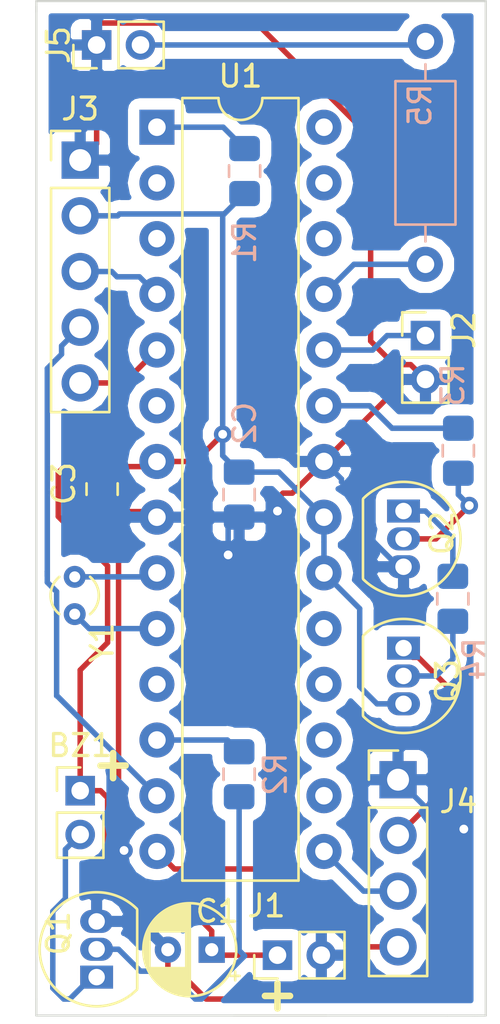
<source format=kicad_pcb>
(kicad_pcb (version 20171130) (host pcbnew 5.0.2+dfsg1-1~bpo9+1)

  (general
    (thickness 1.6)
    (drawings 14)
    (tracks 172)
    (zones 0)
    (modules 19)
    (nets 33)
  )

  (page A4)
  (layers
    (0 F.Cu signal)
    (31 B.Cu signal)
    (32 B.Adhes user)
    (33 F.Adhes user)
    (34 B.Paste user)
    (35 F.Paste user)
    (36 B.SilkS user)
    (37 F.SilkS user)
    (38 B.Mask user)
    (39 F.Mask user)
    (40 Dwgs.User user)
    (41 Cmts.User user)
    (42 Eco1.User user)
    (43 Eco2.User user)
    (44 Edge.Cuts user)
    (45 Margin user)
    (46 B.CrtYd user)
    (47 F.CrtYd user)
    (48 B.Fab user)
    (49 F.Fab user hide)
  )

  (setup
    (last_trace_width 0.25)
    (trace_clearance 0.2)
    (zone_clearance 0.508)
    (zone_45_only no)
    (trace_min 0.2)
    (segment_width 0.2)
    (edge_width 0.1)
    (via_size 0.8)
    (via_drill 0.4)
    (via_min_size 0.4)
    (via_min_drill 0.3)
    (uvia_size 0.3)
    (uvia_drill 0.1)
    (uvias_allowed no)
    (uvia_min_size 0.2)
    (uvia_min_drill 0.1)
    (pcb_text_width 0.3)
    (pcb_text_size 1.5 1.5)
    (mod_edge_width 0.15)
    (mod_text_size 1 1)
    (mod_text_width 0.15)
    (pad_size 1.5 1.5)
    (pad_drill 0.6)
    (pad_to_mask_clearance 0)
    (solder_mask_min_width 0.25)
    (aux_axis_origin 0 0)
    (visible_elements FFFFFF7F)
    (pcbplotparams
      (layerselection 0x010f0_ffffffff)
      (usegerberextensions false)
      (usegerberattributes false)
      (usegerberadvancedattributes false)
      (creategerberjobfile false)
      (excludeedgelayer true)
      (linewidth 0.100000)
      (plotframeref false)
      (viasonmask false)
      (mode 1)
      (useauxorigin false)
      (hpglpennumber 1)
      (hpglpenspeed 20)
      (hpglpendiameter 15.000000)
      (psnegative false)
      (psa4output false)
      (plotreference true)
      (plotvalue true)
      (plotinvisibletext false)
      (padsonsilk false)
      (subtractmaskfromsilk false)
      (outputformat 1)
      (mirror false)
      (drillshape 0)
      (scaleselection 1)
      (outputdirectory "/tmp/gerber/"))
  )

  (net 0 "")
  (net 1 "Net-(BZ1-Pad2)")
  (net 2 +3V3)
  (net 3 GND)
  (net 4 "Net-(J2-Pad1)")
  (net 5 RT_SW)
  (net 6 RT_DT)
  (net 7 RT_CLK)
  (net 8 "Net-(J4-Pad2)")
  (net 9 LCD_DIO)
  (net 10 LCD_CLK)
  (net 11 "Net-(J5-Pad2)")
  (net 12 "Net-(Q1-Pad2)")
  (net 13 "Net-(Q2-Pad2)")
  (net 14 "Net-(Q2-Pad1)")
  (net 15 "Net-(Q3-Pad2)")
  (net 16 "Net-(R1-Pad2)")
  (net 17 "Net-(R2-Pad2)")
  (net 18 ENABLE_LCD)
  (net 19 "Net-(R5-Pad1)")
  (net 20 "Net-(U1-Pad2)")
  (net 21 "Net-(U1-Pad16)")
  (net 22 "Net-(U1-Pad3)")
  (net 23 "Net-(U1-Pad17)")
  (net 24 "Net-(U1-Pad18)")
  (net 25 "Net-(U1-Pad19)")
  (net 26 "Net-(U1-Pad6)")
  (net 27 "Net-(U1-Pad9)")
  (net 28 "Net-(U1-Pad10)")
  (net 29 "Net-(U1-Pad11)")
  (net 30 "Net-(U1-Pad26)")
  (net 31 "Net-(U1-Pad27)")
  (net 32 "Net-(U1-Pad28)")

  (net_class Default "This is the default net class."
    (clearance 0.2)
    (trace_width 0.25)
    (via_dia 0.8)
    (via_drill 0.4)
    (uvia_dia 0.3)
    (uvia_drill 0.1)
    (add_net +3V3)
    (add_net ENABLE_LCD)
    (add_net GND)
    (add_net LCD_CLK)
    (add_net LCD_DIO)
    (add_net "Net-(BZ1-Pad2)")
    (add_net "Net-(J2-Pad1)")
    (add_net "Net-(J4-Pad2)")
    (add_net "Net-(J5-Pad2)")
    (add_net "Net-(Q1-Pad2)")
    (add_net "Net-(Q2-Pad1)")
    (add_net "Net-(Q2-Pad2)")
    (add_net "Net-(Q3-Pad2)")
    (add_net "Net-(R1-Pad2)")
    (add_net "Net-(R2-Pad2)")
    (add_net "Net-(R5-Pad1)")
    (add_net "Net-(U1-Pad10)")
    (add_net "Net-(U1-Pad11)")
    (add_net "Net-(U1-Pad16)")
    (add_net "Net-(U1-Pad17)")
    (add_net "Net-(U1-Pad18)")
    (add_net "Net-(U1-Pad19)")
    (add_net "Net-(U1-Pad2)")
    (add_net "Net-(U1-Pad26)")
    (add_net "Net-(U1-Pad27)")
    (add_net "Net-(U1-Pad28)")
    (add_net "Net-(U1-Pad3)")
    (add_net "Net-(U1-Pad6)")
    (add_net "Net-(U1-Pad9)")
    (add_net RT_CLK)
    (add_net RT_DT)
    (add_net RT_SW)
  )

  (module Connector_PinHeader_2.00mm:PinHeader_1x02_P2.00mm_Vertical (layer F.Cu) (tedit 59FED667) (tstamp 5DFFB72B)
    (at 108.25 96)
    (descr "Through hole straight pin header, 1x02, 2.00mm pitch, single row")
    (tags "Through hole pin header THT 1x02 2.00mm single row")
    (path /5DB4C2D7)
    (fp_text reference BZ1 (at 0 -2.06) (layer F.SilkS)
      (effects (font (size 1 1) (thickness 0.15)))
    )
    (fp_text value Buzzer (at 0 4.06) (layer F.Fab)
      (effects (font (size 1 1) (thickness 0.15)))
    )
    (fp_line (start -0.5 -1) (end 1 -1) (layer F.Fab) (width 0.1))
    (fp_line (start 1 -1) (end 1 3) (layer F.Fab) (width 0.1))
    (fp_line (start 1 3) (end -1 3) (layer F.Fab) (width 0.1))
    (fp_line (start -1 3) (end -1 -0.5) (layer F.Fab) (width 0.1))
    (fp_line (start -1 -0.5) (end -0.5 -1) (layer F.Fab) (width 0.1))
    (fp_line (start -1.06 3.06) (end 1.06 3.06) (layer F.SilkS) (width 0.12))
    (fp_line (start -1.06 1) (end -1.06 3.06) (layer F.SilkS) (width 0.12))
    (fp_line (start 1.06 1) (end 1.06 3.06) (layer F.SilkS) (width 0.12))
    (fp_line (start -1.06 1) (end 1.06 1) (layer F.SilkS) (width 0.12))
    (fp_line (start -1.06 0) (end -1.06 -1.06) (layer F.SilkS) (width 0.12))
    (fp_line (start -1.06 -1.06) (end 0 -1.06) (layer F.SilkS) (width 0.12))
    (fp_line (start -1.5 -1.5) (end -1.5 3.5) (layer F.CrtYd) (width 0.05))
    (fp_line (start -1.5 3.5) (end 1.5 3.5) (layer F.CrtYd) (width 0.05))
    (fp_line (start 1.5 3.5) (end 1.5 -1.5) (layer F.CrtYd) (width 0.05))
    (fp_line (start 1.5 -1.5) (end -1.5 -1.5) (layer F.CrtYd) (width 0.05))
    (fp_text user %R (at 0 1 90) (layer F.Fab)
      (effects (font (size 1 1) (thickness 0.15)))
    )
    (pad 1 thru_hole rect (at 0 0) (size 1.35 1.35) (drill 0.8) (layers *.Cu *.Mask)
      (net 2 +3V3))
    (pad 2 thru_hole oval (at 0 2) (size 1.35 1.35) (drill 0.8) (layers *.Cu *.Mask)
      (net 1 "Net-(BZ1-Pad2)"))
    (model ${KISYS3DMOD}/Connector_PinHeader_2.00mm.3dshapes/PinHeader_1x02_P2.00mm_Vertical.wrl
      (at (xyz 0 0 0))
      (scale (xyz 1 1 1))
      (rotate (xyz 0 0 0))
    )
  )

  (module Capacitor_THT:CP_Radial_D4.0mm_P2.00mm (layer F.Cu) (tedit 5AE50EF0) (tstamp 5DF44E13)
    (at 114.25 103.25 180)
    (descr "CP, Radial series, Radial, pin pitch=2.00mm, , diameter=4mm, Electrolytic Capacitor")
    (tags "CP Radial series Radial pin pitch 2.00mm  diameter 4mm Electrolytic Capacitor")
    (path /5DCF1B70)
    (fp_text reference C1 (at -0.25 1.75 180) (layer F.SilkS)
      (effects (font (size 1 1) (thickness 0.15)))
    )
    (fp_text value 10uF (at 1 3.25 180) (layer F.Fab)
      (effects (font (size 1 1) (thickness 0.15)))
    )
    (fp_circle (center 1 0) (end 3 0) (layer F.Fab) (width 0.1))
    (fp_circle (center 1 0) (end 3.12 0) (layer F.SilkS) (width 0.12))
    (fp_circle (center 1 0) (end 3.25 0) (layer F.CrtYd) (width 0.05))
    (fp_line (start -0.702554 -0.8675) (end -0.302554 -0.8675) (layer F.Fab) (width 0.1))
    (fp_line (start -0.502554 -1.0675) (end -0.502554 -0.6675) (layer F.Fab) (width 0.1))
    (fp_line (start 1 -2.08) (end 1 2.08) (layer F.SilkS) (width 0.12))
    (fp_line (start 1.04 -2.08) (end 1.04 2.08) (layer F.SilkS) (width 0.12))
    (fp_line (start 1.08 -2.079) (end 1.08 2.079) (layer F.SilkS) (width 0.12))
    (fp_line (start 1.12 -2.077) (end 1.12 2.077) (layer F.SilkS) (width 0.12))
    (fp_line (start 1.16 -2.074) (end 1.16 2.074) (layer F.SilkS) (width 0.12))
    (fp_line (start 1.2 -2.071) (end 1.2 -0.84) (layer F.SilkS) (width 0.12))
    (fp_line (start 1.2 0.84) (end 1.2 2.071) (layer F.SilkS) (width 0.12))
    (fp_line (start 1.24 -2.067) (end 1.24 -0.84) (layer F.SilkS) (width 0.12))
    (fp_line (start 1.24 0.84) (end 1.24 2.067) (layer F.SilkS) (width 0.12))
    (fp_line (start 1.28 -2.062) (end 1.28 -0.84) (layer F.SilkS) (width 0.12))
    (fp_line (start 1.28 0.84) (end 1.28 2.062) (layer F.SilkS) (width 0.12))
    (fp_line (start 1.32 -2.056) (end 1.32 -0.84) (layer F.SilkS) (width 0.12))
    (fp_line (start 1.32 0.84) (end 1.32 2.056) (layer F.SilkS) (width 0.12))
    (fp_line (start 1.36 -2.05) (end 1.36 -0.84) (layer F.SilkS) (width 0.12))
    (fp_line (start 1.36 0.84) (end 1.36 2.05) (layer F.SilkS) (width 0.12))
    (fp_line (start 1.4 -2.042) (end 1.4 -0.84) (layer F.SilkS) (width 0.12))
    (fp_line (start 1.4 0.84) (end 1.4 2.042) (layer F.SilkS) (width 0.12))
    (fp_line (start 1.44 -2.034) (end 1.44 -0.84) (layer F.SilkS) (width 0.12))
    (fp_line (start 1.44 0.84) (end 1.44 2.034) (layer F.SilkS) (width 0.12))
    (fp_line (start 1.48 -2.025) (end 1.48 -0.84) (layer F.SilkS) (width 0.12))
    (fp_line (start 1.48 0.84) (end 1.48 2.025) (layer F.SilkS) (width 0.12))
    (fp_line (start 1.52 -2.016) (end 1.52 -0.84) (layer F.SilkS) (width 0.12))
    (fp_line (start 1.52 0.84) (end 1.52 2.016) (layer F.SilkS) (width 0.12))
    (fp_line (start 1.56 -2.005) (end 1.56 -0.84) (layer F.SilkS) (width 0.12))
    (fp_line (start 1.56 0.84) (end 1.56 2.005) (layer F.SilkS) (width 0.12))
    (fp_line (start 1.6 -1.994) (end 1.6 -0.84) (layer F.SilkS) (width 0.12))
    (fp_line (start 1.6 0.84) (end 1.6 1.994) (layer F.SilkS) (width 0.12))
    (fp_line (start 1.64 -1.982) (end 1.64 -0.84) (layer F.SilkS) (width 0.12))
    (fp_line (start 1.64 0.84) (end 1.64 1.982) (layer F.SilkS) (width 0.12))
    (fp_line (start 1.68 -1.968) (end 1.68 -0.84) (layer F.SilkS) (width 0.12))
    (fp_line (start 1.68 0.84) (end 1.68 1.968) (layer F.SilkS) (width 0.12))
    (fp_line (start 1.721 -1.954) (end 1.721 -0.84) (layer F.SilkS) (width 0.12))
    (fp_line (start 1.721 0.84) (end 1.721 1.954) (layer F.SilkS) (width 0.12))
    (fp_line (start 1.761 -1.94) (end 1.761 -0.84) (layer F.SilkS) (width 0.12))
    (fp_line (start 1.761 0.84) (end 1.761 1.94) (layer F.SilkS) (width 0.12))
    (fp_line (start 1.801 -1.924) (end 1.801 -0.84) (layer F.SilkS) (width 0.12))
    (fp_line (start 1.801 0.84) (end 1.801 1.924) (layer F.SilkS) (width 0.12))
    (fp_line (start 1.841 -1.907) (end 1.841 -0.84) (layer F.SilkS) (width 0.12))
    (fp_line (start 1.841 0.84) (end 1.841 1.907) (layer F.SilkS) (width 0.12))
    (fp_line (start 1.881 -1.889) (end 1.881 -0.84) (layer F.SilkS) (width 0.12))
    (fp_line (start 1.881 0.84) (end 1.881 1.889) (layer F.SilkS) (width 0.12))
    (fp_line (start 1.921 -1.87) (end 1.921 -0.84) (layer F.SilkS) (width 0.12))
    (fp_line (start 1.921 0.84) (end 1.921 1.87) (layer F.SilkS) (width 0.12))
    (fp_line (start 1.961 -1.851) (end 1.961 -0.84) (layer F.SilkS) (width 0.12))
    (fp_line (start 1.961 0.84) (end 1.961 1.851) (layer F.SilkS) (width 0.12))
    (fp_line (start 2.001 -1.83) (end 2.001 -0.84) (layer F.SilkS) (width 0.12))
    (fp_line (start 2.001 0.84) (end 2.001 1.83) (layer F.SilkS) (width 0.12))
    (fp_line (start 2.041 -1.808) (end 2.041 -0.84) (layer F.SilkS) (width 0.12))
    (fp_line (start 2.041 0.84) (end 2.041 1.808) (layer F.SilkS) (width 0.12))
    (fp_line (start 2.081 -1.785) (end 2.081 -0.84) (layer F.SilkS) (width 0.12))
    (fp_line (start 2.081 0.84) (end 2.081 1.785) (layer F.SilkS) (width 0.12))
    (fp_line (start 2.121 -1.76) (end 2.121 -0.84) (layer F.SilkS) (width 0.12))
    (fp_line (start 2.121 0.84) (end 2.121 1.76) (layer F.SilkS) (width 0.12))
    (fp_line (start 2.161 -1.735) (end 2.161 -0.84) (layer F.SilkS) (width 0.12))
    (fp_line (start 2.161 0.84) (end 2.161 1.735) (layer F.SilkS) (width 0.12))
    (fp_line (start 2.201 -1.708) (end 2.201 -0.84) (layer F.SilkS) (width 0.12))
    (fp_line (start 2.201 0.84) (end 2.201 1.708) (layer F.SilkS) (width 0.12))
    (fp_line (start 2.241 -1.68) (end 2.241 -0.84) (layer F.SilkS) (width 0.12))
    (fp_line (start 2.241 0.84) (end 2.241 1.68) (layer F.SilkS) (width 0.12))
    (fp_line (start 2.281 -1.65) (end 2.281 -0.84) (layer F.SilkS) (width 0.12))
    (fp_line (start 2.281 0.84) (end 2.281 1.65) (layer F.SilkS) (width 0.12))
    (fp_line (start 2.321 -1.619) (end 2.321 -0.84) (layer F.SilkS) (width 0.12))
    (fp_line (start 2.321 0.84) (end 2.321 1.619) (layer F.SilkS) (width 0.12))
    (fp_line (start 2.361 -1.587) (end 2.361 -0.84) (layer F.SilkS) (width 0.12))
    (fp_line (start 2.361 0.84) (end 2.361 1.587) (layer F.SilkS) (width 0.12))
    (fp_line (start 2.401 -1.552) (end 2.401 -0.84) (layer F.SilkS) (width 0.12))
    (fp_line (start 2.401 0.84) (end 2.401 1.552) (layer F.SilkS) (width 0.12))
    (fp_line (start 2.441 -1.516) (end 2.441 -0.84) (layer F.SilkS) (width 0.12))
    (fp_line (start 2.441 0.84) (end 2.441 1.516) (layer F.SilkS) (width 0.12))
    (fp_line (start 2.481 -1.478) (end 2.481 -0.84) (layer F.SilkS) (width 0.12))
    (fp_line (start 2.481 0.84) (end 2.481 1.478) (layer F.SilkS) (width 0.12))
    (fp_line (start 2.521 -1.438) (end 2.521 -0.84) (layer F.SilkS) (width 0.12))
    (fp_line (start 2.521 0.84) (end 2.521 1.438) (layer F.SilkS) (width 0.12))
    (fp_line (start 2.561 -1.396) (end 2.561 -0.84) (layer F.SilkS) (width 0.12))
    (fp_line (start 2.561 0.84) (end 2.561 1.396) (layer F.SilkS) (width 0.12))
    (fp_line (start 2.601 -1.351) (end 2.601 -0.84) (layer F.SilkS) (width 0.12))
    (fp_line (start 2.601 0.84) (end 2.601 1.351) (layer F.SilkS) (width 0.12))
    (fp_line (start 2.641 -1.304) (end 2.641 -0.84) (layer F.SilkS) (width 0.12))
    (fp_line (start 2.641 0.84) (end 2.641 1.304) (layer F.SilkS) (width 0.12))
    (fp_line (start 2.681 -1.254) (end 2.681 -0.84) (layer F.SilkS) (width 0.12))
    (fp_line (start 2.681 0.84) (end 2.681 1.254) (layer F.SilkS) (width 0.12))
    (fp_line (start 2.721 -1.2) (end 2.721 -0.84) (layer F.SilkS) (width 0.12))
    (fp_line (start 2.721 0.84) (end 2.721 1.2) (layer F.SilkS) (width 0.12))
    (fp_line (start 2.761 -1.142) (end 2.761 -0.84) (layer F.SilkS) (width 0.12))
    (fp_line (start 2.761 0.84) (end 2.761 1.142) (layer F.SilkS) (width 0.12))
    (fp_line (start 2.801 -1.08) (end 2.801 -0.84) (layer F.SilkS) (width 0.12))
    (fp_line (start 2.801 0.84) (end 2.801 1.08) (layer F.SilkS) (width 0.12))
    (fp_line (start 2.841 -1.013) (end 2.841 1.013) (layer F.SilkS) (width 0.12))
    (fp_line (start 2.881 -0.94) (end 2.881 0.94) (layer F.SilkS) (width 0.12))
    (fp_line (start 2.921 -0.859) (end 2.921 0.859) (layer F.SilkS) (width 0.12))
    (fp_line (start 2.961 -0.768) (end 2.961 0.768) (layer F.SilkS) (width 0.12))
    (fp_line (start 3.001 -0.664) (end 3.001 0.664) (layer F.SilkS) (width 0.12))
    (fp_line (start 3.041 -0.537) (end 3.041 0.537) (layer F.SilkS) (width 0.12))
    (fp_line (start 3.081 -0.37) (end 3.081 0.37) (layer F.SilkS) (width 0.12))
    (fp_line (start -1.269801 -1.195) (end -0.869801 -1.195) (layer F.SilkS) (width 0.12))
    (fp_line (start -1.069801 -1.395) (end -1.069801 -0.995) (layer F.SilkS) (width 0.12))
    (fp_text user %R (at 1 0 180) (layer F.Fab)
      (effects (font (size 0.8 0.8) (thickness 0.12)))
    )
    (pad 1 thru_hole rect (at 0 0 180) (size 1.2 1.2) (drill 0.6) (layers *.Cu *.Mask)
      (net 2 +3V3))
    (pad 2 thru_hole circle (at 2 0 180) (size 1.2 1.2) (drill 0.6) (layers *.Cu *.Mask)
      (net 3 GND))
    (model ${KISYS3DMOD}/Capacitor_THT.3dshapes/CP_Radial_D4.0mm_P2.00mm.wrl
      (at (xyz 0 0 0))
      (scale (xyz 1 1 1))
      (rotate (xyz 0 0 0))
    )
  )

  (module Capacitor_SMD:C_0805_2012Metric_Pad1.15x1.40mm_HandSolder (layer B.Cu) (tedit 5B36C52B) (tstamp 5DF44E24)
    (at 115.5 82.5 270)
    (descr "Capacitor SMD 0805 (2012 Metric), square (rectangular) end terminal, IPC_7351 nominal with elongated pad for handsoldering. (Body size source: https://docs.google.com/spreadsheets/d/1BsfQQcO9C6DZCsRaXUlFlo91Tg2WpOkGARC1WS5S8t0/edit?usp=sharing), generated with kicad-footprint-generator")
    (tags "capacitor handsolder")
    (path /5DCFCE19)
    (attr smd)
    (fp_text reference C2 (at -3.25 -0.25 270) (layer B.SilkS)
      (effects (font (size 1 1) (thickness 0.15)) (justify mirror))
    )
    (fp_text value 100nf (at 0 -1.65 270) (layer B.Fab)
      (effects (font (size 1 1) (thickness 0.15)) (justify mirror))
    )
    (fp_text user %R (at 0 0 270) (layer B.Fab)
      (effects (font (size 0.5 0.5) (thickness 0.08)) (justify mirror))
    )
    (fp_line (start 1.85 -0.95) (end -1.85 -0.95) (layer B.CrtYd) (width 0.05))
    (fp_line (start 1.85 0.95) (end 1.85 -0.95) (layer B.CrtYd) (width 0.05))
    (fp_line (start -1.85 0.95) (end 1.85 0.95) (layer B.CrtYd) (width 0.05))
    (fp_line (start -1.85 -0.95) (end -1.85 0.95) (layer B.CrtYd) (width 0.05))
    (fp_line (start -0.261252 -0.71) (end 0.261252 -0.71) (layer B.SilkS) (width 0.12))
    (fp_line (start -0.261252 0.71) (end 0.261252 0.71) (layer B.SilkS) (width 0.12))
    (fp_line (start 1 -0.6) (end -1 -0.6) (layer B.Fab) (width 0.1))
    (fp_line (start 1 0.6) (end 1 -0.6) (layer B.Fab) (width 0.1))
    (fp_line (start -1 0.6) (end 1 0.6) (layer B.Fab) (width 0.1))
    (fp_line (start -1 -0.6) (end -1 0.6) (layer B.Fab) (width 0.1))
    (pad 2 smd roundrect (at 1.025 0 270) (size 1.15 1.4) (layers B.Cu B.Paste B.Mask) (roundrect_rratio 0.217391)
      (net 3 GND))
    (pad 1 smd roundrect (at -1.025 0 270) (size 1.15 1.4) (layers B.Cu B.Paste B.Mask) (roundrect_rratio 0.217391)
      (net 2 +3V3))
    (model ${KISYS3DMOD}/Capacitor_SMD.3dshapes/C_0805_2012Metric.wrl
      (at (xyz 0 0 0))
      (scale (xyz 1 1 1))
      (rotate (xyz 0 0 0))
    )
  )

  (module Capacitor_SMD:C_0805_2012Metric_Pad1.15x1.40mm_HandSolder (layer F.Cu) (tedit 5B36C52B) (tstamp 5DF44E35)
    (at 109.25 82.25 270)
    (descr "Capacitor SMD 0805 (2012 Metric), square (rectangular) end terminal, IPC_7351 nominal with elongated pad for handsoldering. (Body size source: https://docs.google.com/spreadsheets/d/1BsfQQcO9C6DZCsRaXUlFlo91Tg2WpOkGARC1WS5S8t0/edit?usp=sharing), generated with kicad-footprint-generator")
    (tags "capacitor handsolder")
    (path /5DCFCBF0)
    (attr smd)
    (fp_text reference C3 (at -0.25 1.75 270) (layer F.SilkS)
      (effects (font (size 1 1) (thickness 0.15)))
    )
    (fp_text value 100nf (at 0 1.65 270) (layer F.Fab)
      (effects (font (size 1 1) (thickness 0.15)))
    )
    (fp_line (start -1 0.6) (end -1 -0.6) (layer F.Fab) (width 0.1))
    (fp_line (start -1 -0.6) (end 1 -0.6) (layer F.Fab) (width 0.1))
    (fp_line (start 1 -0.6) (end 1 0.6) (layer F.Fab) (width 0.1))
    (fp_line (start 1 0.6) (end -1 0.6) (layer F.Fab) (width 0.1))
    (fp_line (start -0.261252 -0.71) (end 0.261252 -0.71) (layer F.SilkS) (width 0.12))
    (fp_line (start -0.261252 0.71) (end 0.261252 0.71) (layer F.SilkS) (width 0.12))
    (fp_line (start -1.85 0.95) (end -1.85 -0.95) (layer F.CrtYd) (width 0.05))
    (fp_line (start -1.85 -0.95) (end 1.85 -0.95) (layer F.CrtYd) (width 0.05))
    (fp_line (start 1.85 -0.95) (end 1.85 0.95) (layer F.CrtYd) (width 0.05))
    (fp_line (start 1.85 0.95) (end -1.85 0.95) (layer F.CrtYd) (width 0.05))
    (fp_text user %R (at 0 0 270) (layer F.Fab)
      (effects (font (size 0.5 0.5) (thickness 0.08)))
    )
    (pad 1 smd roundrect (at -1.025 0 270) (size 1.15 1.4) (layers F.Cu F.Paste F.Mask) (roundrect_rratio 0.217391)
      (net 2 +3V3))
    (pad 2 smd roundrect (at 1.025 0 270) (size 1.15 1.4) (layers F.Cu F.Paste F.Mask) (roundrect_rratio 0.217391)
      (net 3 GND))
    (model ${KISYS3DMOD}/Capacitor_SMD.3dshapes/C_0805_2012Metric.wrl
      (at (xyz 0 0 0))
      (scale (xyz 1 1 1))
      (rotate (xyz 0 0 0))
    )
  )

  (module Connector_PinHeader_2.00mm:PinHeader_1x02_P2.00mm_Vertical (layer F.Cu) (tedit 59FED667) (tstamp 5DF44E4B)
    (at 117.25 103.5 90)
    (descr "Through hole straight pin header, 1x02, 2.00mm pitch, single row")
    (tags "Through hole pin header THT 1x02 2.00mm single row")
    (path /5DCF1949)
    (fp_text reference J1 (at 2.25 -0.5 180) (layer F.SilkS)
      (effects (font (size 1 1) (thickness 0.15)))
    )
    (fp_text value "USB_Breakout IN" (at 0 4.06 90) (layer F.Fab)
      (effects (font (size 1 1) (thickness 0.15)))
    )
    (fp_line (start -0.5 -1) (end 1 -1) (layer F.Fab) (width 0.1))
    (fp_line (start 1 -1) (end 1 3) (layer F.Fab) (width 0.1))
    (fp_line (start 1 3) (end -1 3) (layer F.Fab) (width 0.1))
    (fp_line (start -1 3) (end -1 -0.5) (layer F.Fab) (width 0.1))
    (fp_line (start -1 -0.5) (end -0.5 -1) (layer F.Fab) (width 0.1))
    (fp_line (start -1.06 3.06) (end 1.06 3.06) (layer F.SilkS) (width 0.12))
    (fp_line (start -1.06 1) (end -1.06 3.06) (layer F.SilkS) (width 0.12))
    (fp_line (start 1.06 1) (end 1.06 3.06) (layer F.SilkS) (width 0.12))
    (fp_line (start -1.06 1) (end 1.06 1) (layer F.SilkS) (width 0.12))
    (fp_line (start -1.06 0) (end -1.06 -1.06) (layer F.SilkS) (width 0.12))
    (fp_line (start -1.06 -1.06) (end 0 -1.06) (layer F.SilkS) (width 0.12))
    (fp_line (start -1.5 -1.5) (end -1.5 3.5) (layer F.CrtYd) (width 0.05))
    (fp_line (start -1.5 3.5) (end 1.5 3.5) (layer F.CrtYd) (width 0.05))
    (fp_line (start 1.5 3.5) (end 1.5 -1.5) (layer F.CrtYd) (width 0.05))
    (fp_line (start 1.5 -1.5) (end -1.5 -1.5) (layer F.CrtYd) (width 0.05))
    (fp_text user %R (at 0 1 180) (layer F.Fab)
      (effects (font (size 1 1) (thickness 0.15)))
    )
    (pad 1 thru_hole rect (at 0 0 90) (size 1.35 1.35) (drill 0.8) (layers *.Cu *.Mask)
      (net 2 +3V3))
    (pad 2 thru_hole oval (at 0 2 90) (size 1.35 1.35) (drill 0.8) (layers *.Cu *.Mask)
      (net 3 GND))
    (model ${KISYS3DMOD}/Connector_PinHeader_2.00mm.3dshapes/PinHeader_1x02_P2.00mm_Vertical.wrl
      (at (xyz 0 0 0))
      (scale (xyz 1 1 1))
      (rotate (xyz 0 0 0))
    )
  )

  (module Connector_PinHeader_2.00mm:PinHeader_1x02_P2.00mm_Vertical (layer F.Cu) (tedit 59FED667) (tstamp 5DF44E61)
    (at 124 75.25)
    (descr "Through hole straight pin header, 1x02, 2.00mm pitch, single row")
    (tags "Through hole pin header THT 1x02 2.00mm single row")
    (path /5DD21AE3)
    (fp_text reference J2 (at 1.75 -0.25 90) (layer F.SilkS)
      (effects (font (size 1 1) (thickness 0.15)))
    )
    (fp_text value SW2 (at 0 4.06) (layer F.Fab)
      (effects (font (size 1 1) (thickness 0.15)))
    )
    (fp_text user %R (at 0 1 90) (layer F.Fab)
      (effects (font (size 1 1) (thickness 0.15)))
    )
    (fp_line (start 1.5 -1.5) (end -1.5 -1.5) (layer F.CrtYd) (width 0.05))
    (fp_line (start 1.5 3.5) (end 1.5 -1.5) (layer F.CrtYd) (width 0.05))
    (fp_line (start -1.5 3.5) (end 1.5 3.5) (layer F.CrtYd) (width 0.05))
    (fp_line (start -1.5 -1.5) (end -1.5 3.5) (layer F.CrtYd) (width 0.05))
    (fp_line (start -1.06 -1.06) (end 0 -1.06) (layer F.SilkS) (width 0.12))
    (fp_line (start -1.06 0) (end -1.06 -1.06) (layer F.SilkS) (width 0.12))
    (fp_line (start -1.06 1) (end 1.06 1) (layer F.SilkS) (width 0.12))
    (fp_line (start 1.06 1) (end 1.06 3.06) (layer F.SilkS) (width 0.12))
    (fp_line (start -1.06 1) (end -1.06 3.06) (layer F.SilkS) (width 0.12))
    (fp_line (start -1.06 3.06) (end 1.06 3.06) (layer F.SilkS) (width 0.12))
    (fp_line (start -1 -0.5) (end -0.5 -1) (layer F.Fab) (width 0.1))
    (fp_line (start -1 3) (end -1 -0.5) (layer F.Fab) (width 0.1))
    (fp_line (start 1 3) (end -1 3) (layer F.Fab) (width 0.1))
    (fp_line (start 1 -1) (end 1 3) (layer F.Fab) (width 0.1))
    (fp_line (start -0.5 -1) (end 1 -1) (layer F.Fab) (width 0.1))
    (pad 2 thru_hole oval (at 0 2) (size 1.35 1.35) (drill 0.8) (layers *.Cu *.Mask)
      (net 3 GND))
    (pad 1 thru_hole rect (at 0 0) (size 1.35 1.35) (drill 0.8) (layers *.Cu *.Mask)
      (net 4 "Net-(J2-Pad1)"))
    (model ${KISYS3DMOD}/Connector_PinHeader_2.00mm.3dshapes/PinHeader_1x02_P2.00mm_Vertical.wrl
      (at (xyz 0 0 0))
      (scale (xyz 1 1 1))
      (rotate (xyz 0 0 0))
    )
  )

  (module Connector_PinHeader_2.54mm:PinHeader_1x05_P2.54mm_Vertical (layer F.Cu) (tedit 59FED5CC) (tstamp 5DF44E7A)
    (at 108.25 67.25)
    (descr "Through hole straight pin header, 1x05, 2.54mm pitch, single row")
    (tags "Through hole pin header THT 1x05 2.54mm single row")
    (path /5DB5367A)
    (fp_text reference J3 (at 0 -2.33) (layer F.SilkS)
      (effects (font (size 1 1) (thickness 0.15)))
    )
    (fp_text value RT (at 0 12.49) (layer F.Fab)
      (effects (font (size 1 1) (thickness 0.15)))
    )
    (fp_line (start -0.635 -1.27) (end 1.27 -1.27) (layer F.Fab) (width 0.1))
    (fp_line (start 1.27 -1.27) (end 1.27 11.43) (layer F.Fab) (width 0.1))
    (fp_line (start 1.27 11.43) (end -1.27 11.43) (layer F.Fab) (width 0.1))
    (fp_line (start -1.27 11.43) (end -1.27 -0.635) (layer F.Fab) (width 0.1))
    (fp_line (start -1.27 -0.635) (end -0.635 -1.27) (layer F.Fab) (width 0.1))
    (fp_line (start -1.33 11.49) (end 1.33 11.49) (layer F.SilkS) (width 0.12))
    (fp_line (start -1.33 1.27) (end -1.33 11.49) (layer F.SilkS) (width 0.12))
    (fp_line (start 1.33 1.27) (end 1.33 11.49) (layer F.SilkS) (width 0.12))
    (fp_line (start -1.33 1.27) (end 1.33 1.27) (layer F.SilkS) (width 0.12))
    (fp_line (start -1.33 0) (end -1.33 -1.33) (layer F.SilkS) (width 0.12))
    (fp_line (start -1.33 -1.33) (end 0 -1.33) (layer F.SilkS) (width 0.12))
    (fp_line (start -1.8 -1.8) (end -1.8 11.95) (layer F.CrtYd) (width 0.05))
    (fp_line (start -1.8 11.95) (end 1.8 11.95) (layer F.CrtYd) (width 0.05))
    (fp_line (start 1.8 11.95) (end 1.8 -1.8) (layer F.CrtYd) (width 0.05))
    (fp_line (start 1.8 -1.8) (end -1.8 -1.8) (layer F.CrtYd) (width 0.05))
    (fp_text user %R (at 0 5.08 90) (layer F.Fab)
      (effects (font (size 1 1) (thickness 0.15)))
    )
    (pad 1 thru_hole rect (at 0 0) (size 1.7 1.7) (drill 1) (layers *.Cu *.Mask)
      (net 3 GND))
    (pad 2 thru_hole oval (at 0 2.54) (size 1.7 1.7) (drill 1) (layers *.Cu *.Mask)
      (net 2 +3V3))
    (pad 3 thru_hole oval (at 0 5.08) (size 1.7 1.7) (drill 1) (layers *.Cu *.Mask)
      (net 5 RT_SW))
    (pad 4 thru_hole oval (at 0 7.62) (size 1.7 1.7) (drill 1) (layers *.Cu *.Mask)
      (net 6 RT_DT))
    (pad 5 thru_hole oval (at 0 10.16) (size 1.7 1.7) (drill 1) (layers *.Cu *.Mask)
      (net 7 RT_CLK))
    (model ${KISYS3DMOD}/Connector_PinHeader_2.54mm.3dshapes/PinHeader_1x05_P2.54mm_Vertical.wrl
      (at (xyz 0 0 0))
      (scale (xyz 1 1 1))
      (rotate (xyz 0 0 0))
    )
  )

  (module Connector_PinHeader_2.54mm:PinHeader_1x04_P2.54mm_Vertical (layer F.Cu) (tedit 59FED5CC) (tstamp 5DF44E92)
    (at 122.75 95.5)
    (descr "Through hole straight pin header, 1x04, 2.54mm pitch, single row")
    (tags "Through hole pin header THT 1x04 2.54mm single row")
    (path /5DB4EDC0)
    (fp_text reference J4 (at 2.75 1) (layer F.SilkS)
      (effects (font (size 1 1) (thickness 0.15)))
    )
    (fp_text value LCD (at 0 9.95) (layer F.Fab)
      (effects (font (size 1 1) (thickness 0.15)))
    )
    (fp_line (start -0.635 -1.27) (end 1.27 -1.27) (layer F.Fab) (width 0.1))
    (fp_line (start 1.27 -1.27) (end 1.27 8.89) (layer F.Fab) (width 0.1))
    (fp_line (start 1.27 8.89) (end -1.27 8.89) (layer F.Fab) (width 0.1))
    (fp_line (start -1.27 8.89) (end -1.27 -0.635) (layer F.Fab) (width 0.1))
    (fp_line (start -1.27 -0.635) (end -0.635 -1.27) (layer F.Fab) (width 0.1))
    (fp_line (start -1.33 8.95) (end 1.33 8.95) (layer F.SilkS) (width 0.12))
    (fp_line (start -1.33 1.27) (end -1.33 8.95) (layer F.SilkS) (width 0.12))
    (fp_line (start 1.33 1.27) (end 1.33 8.95) (layer F.SilkS) (width 0.12))
    (fp_line (start -1.33 1.27) (end 1.33 1.27) (layer F.SilkS) (width 0.12))
    (fp_line (start -1.33 0) (end -1.33 -1.33) (layer F.SilkS) (width 0.12))
    (fp_line (start -1.33 -1.33) (end 0 -1.33) (layer F.SilkS) (width 0.12))
    (fp_line (start -1.8 -1.8) (end -1.8 9.4) (layer F.CrtYd) (width 0.05))
    (fp_line (start -1.8 9.4) (end 1.8 9.4) (layer F.CrtYd) (width 0.05))
    (fp_line (start 1.8 9.4) (end 1.8 -1.8) (layer F.CrtYd) (width 0.05))
    (fp_line (start 1.8 -1.8) (end -1.8 -1.8) (layer F.CrtYd) (width 0.05))
    (fp_text user %R (at 0 3.81 90) (layer F.Fab)
      (effects (font (size 1 1) (thickness 0.15)))
    )
    (pad 1 thru_hole rect (at 0 0) (size 1.7 1.7) (drill 1) (layers *.Cu *.Mask)
      (net 3 GND))
    (pad 2 thru_hole oval (at 0 2.54) (size 1.7 1.7) (drill 1) (layers *.Cu *.Mask)
      (net 8 "Net-(J4-Pad2)"))
    (pad 3 thru_hole oval (at 0 5.08) (size 1.7 1.7) (drill 1) (layers *.Cu *.Mask)
      (net 9 LCD_DIO))
    (pad 4 thru_hole oval (at 0 7.62) (size 1.7 1.7) (drill 1) (layers *.Cu *.Mask)
      (net 10 LCD_CLK))
    (model ${KISYS3DMOD}/Connector_PinHeader_2.54mm.3dshapes/PinHeader_1x04_P2.54mm_Vertical.wrl
      (at (xyz 0 0 0))
      (scale (xyz 1 1 1))
      (rotate (xyz 0 0 0))
    )
  )

  (module Connector_PinHeader_2.00mm:PinHeader_1x02_P2.00mm_Vertical (layer F.Cu) (tedit 59FED667) (tstamp 5DF44EA8)
    (at 109 62 90)
    (descr "Through hole straight pin header, 1x02, 2.00mm pitch, single row")
    (tags "Through hole pin header THT 1x02 2.00mm single row")
    (path /5DD24A64)
    (fp_text reference J5 (at 0 -1.75 90) (layer F.SilkS)
      (effects (font (size 1 1) (thickness 0.15)))
    )
    (fp_text value LED1 (at 0 4.06 90) (layer F.Fab)
      (effects (font (size 1 1) (thickness 0.15)))
    )
    (fp_line (start -0.5 -1) (end 1 -1) (layer F.Fab) (width 0.1))
    (fp_line (start 1 -1) (end 1 3) (layer F.Fab) (width 0.1))
    (fp_line (start 1 3) (end -1 3) (layer F.Fab) (width 0.1))
    (fp_line (start -1 3) (end -1 -0.5) (layer F.Fab) (width 0.1))
    (fp_line (start -1 -0.5) (end -0.5 -1) (layer F.Fab) (width 0.1))
    (fp_line (start -1.06 3.06) (end 1.06 3.06) (layer F.SilkS) (width 0.12))
    (fp_line (start -1.06 1) (end -1.06 3.06) (layer F.SilkS) (width 0.12))
    (fp_line (start 1.06 1) (end 1.06 3.06) (layer F.SilkS) (width 0.12))
    (fp_line (start -1.06 1) (end 1.06 1) (layer F.SilkS) (width 0.12))
    (fp_line (start -1.06 0) (end -1.06 -1.06) (layer F.SilkS) (width 0.12))
    (fp_line (start -1.06 -1.06) (end 0 -1.06) (layer F.SilkS) (width 0.12))
    (fp_line (start -1.5 -1.5) (end -1.5 3.5) (layer F.CrtYd) (width 0.05))
    (fp_line (start -1.5 3.5) (end 1.5 3.5) (layer F.CrtYd) (width 0.05))
    (fp_line (start 1.5 3.5) (end 1.5 -1.5) (layer F.CrtYd) (width 0.05))
    (fp_line (start 1.5 -1.5) (end -1.5 -1.5) (layer F.CrtYd) (width 0.05))
    (fp_text user %R (at 0 1 180) (layer F.Fab)
      (effects (font (size 1 1) (thickness 0.15)))
    )
    (pad 1 thru_hole rect (at 0 0 90) (size 1.35 1.35) (drill 0.8) (layers *.Cu *.Mask)
      (net 3 GND))
    (pad 2 thru_hole oval (at 0 2 90) (size 1.35 1.35) (drill 0.8) (layers *.Cu *.Mask)
      (net 11 "Net-(J5-Pad2)"))
    (model ${KISYS3DMOD}/Connector_PinHeader_2.00mm.3dshapes/PinHeader_1x02_P2.00mm_Vertical.wrl
      (at (xyz 0 0 0))
      (scale (xyz 1 1 1))
      (rotate (xyz 0 0 0))
    )
  )

  (module Package_TO_SOT_THT:TO-92_Inline (layer F.Cu) (tedit 5A1DD157) (tstamp 5DF44EBA)
    (at 109 104.5 90)
    (descr "TO-92 leads in-line, narrow, oval pads, drill 0.75mm (see NXP sot054_po.pdf)")
    (tags "to-92 sc-43 sc-43a sot54 PA33 transistor")
    (path /5DD177B5)
    (fp_text reference Q1 (at 2 -1.75 90) (layer F.SilkS)
      (effects (font (size 1 1) (thickness 0.15)))
    )
    (fp_text value BC337 (at 1.27 2.79 90) (layer F.Fab)
      (effects (font (size 1 1) (thickness 0.15)))
    )
    (fp_text user %R (at 1.27 -3.56 90) (layer F.Fab)
      (effects (font (size 1 1) (thickness 0.15)))
    )
    (fp_line (start -0.53 1.85) (end 3.07 1.85) (layer F.SilkS) (width 0.12))
    (fp_line (start -0.5 1.75) (end 3 1.75) (layer F.Fab) (width 0.1))
    (fp_line (start -1.46 -2.73) (end 4 -2.73) (layer F.CrtYd) (width 0.05))
    (fp_line (start -1.46 -2.73) (end -1.46 2.01) (layer F.CrtYd) (width 0.05))
    (fp_line (start 4 2.01) (end 4 -2.73) (layer F.CrtYd) (width 0.05))
    (fp_line (start 4 2.01) (end -1.46 2.01) (layer F.CrtYd) (width 0.05))
    (fp_arc (start 1.27 0) (end 1.27 -2.48) (angle 135) (layer F.Fab) (width 0.1))
    (fp_arc (start 1.27 0) (end 1.27 -2.6) (angle -135) (layer F.SilkS) (width 0.12))
    (fp_arc (start 1.27 0) (end 1.27 -2.48) (angle -135) (layer F.Fab) (width 0.1))
    (fp_arc (start 1.27 0) (end 1.27 -2.6) (angle 135) (layer F.SilkS) (width 0.12))
    (pad 2 thru_hole oval (at 1.27 0 90) (size 1.05 1.5) (drill 0.75) (layers *.Cu *.Mask)
      (net 12 "Net-(Q1-Pad2)"))
    (pad 3 thru_hole oval (at 2.54 0 90) (size 1.05 1.5) (drill 0.75) (layers *.Cu *.Mask)
      (net 3 GND))
    (pad 1 thru_hole rect (at 0 0 90) (size 1.05 1.5) (drill 0.75) (layers *.Cu *.Mask)
      (net 1 "Net-(BZ1-Pad2)"))
    (model ${KISYS3DMOD}/Package_TO_SOT_THT.3dshapes/TO-92_Inline.wrl
      (at (xyz 0 0 0))
      (scale (xyz 1 1 1))
      (rotate (xyz 0 0 0))
    )
  )

  (module Package_TO_SOT_THT:TO-92_Inline (layer F.Cu) (tedit 5A1DD157) (tstamp 5DF44ECC)
    (at 123 83.25 270)
    (descr "TO-92 leads in-line, narrow, oval pads, drill 0.75mm (see NXP sot054_po.pdf)")
    (tags "to-92 sc-43 sc-43a sot54 PA33 transistor")
    (path /5DB4D279)
    (fp_text reference Q2 (at 1 -1.75 270) (layer F.SilkS)
      (effects (font (size 1 1) (thickness 0.15)))
    )
    (fp_text value BC337 (at 1.27 2.79 270) (layer F.Fab)
      (effects (font (size 1 1) (thickness 0.15)))
    )
    (fp_text user %R (at 1.27 -3.56 270) (layer F.Fab)
      (effects (font (size 1 1) (thickness 0.15)))
    )
    (fp_line (start -0.53 1.85) (end 3.07 1.85) (layer F.SilkS) (width 0.12))
    (fp_line (start -0.5 1.75) (end 3 1.75) (layer F.Fab) (width 0.1))
    (fp_line (start -1.46 -2.73) (end 4 -2.73) (layer F.CrtYd) (width 0.05))
    (fp_line (start -1.46 -2.73) (end -1.46 2.01) (layer F.CrtYd) (width 0.05))
    (fp_line (start 4 2.01) (end 4 -2.73) (layer F.CrtYd) (width 0.05))
    (fp_line (start 4 2.01) (end -1.46 2.01) (layer F.CrtYd) (width 0.05))
    (fp_arc (start 1.27 0) (end 1.27 -2.48) (angle 135) (layer F.Fab) (width 0.1))
    (fp_arc (start 1.27 0) (end 1.27 -2.6) (angle -135) (layer F.SilkS) (width 0.12))
    (fp_arc (start 1.27 0) (end 1.27 -2.48) (angle -135) (layer F.Fab) (width 0.1))
    (fp_arc (start 1.27 0) (end 1.27 -2.6) (angle 135) (layer F.SilkS) (width 0.12))
    (pad 2 thru_hole oval (at 1.27 0 270) (size 1.05 1.5) (drill 0.75) (layers *.Cu *.Mask)
      (net 13 "Net-(Q2-Pad2)"))
    (pad 3 thru_hole oval (at 2.54 0 270) (size 1.05 1.5) (drill 0.75) (layers *.Cu *.Mask)
      (net 3 GND))
    (pad 1 thru_hole rect (at 0 0 270) (size 1.05 1.5) (drill 0.75) (layers *.Cu *.Mask)
      (net 14 "Net-(Q2-Pad1)"))
    (model ${KISYS3DMOD}/Package_TO_SOT_THT.3dshapes/TO-92_Inline.wrl
      (at (xyz 0 0 0))
      (scale (xyz 1 1 1))
      (rotate (xyz 0 0 0))
    )
  )

  (module Package_TO_SOT_THT:TO-92_Inline (layer F.Cu) (tedit 5A1DD157) (tstamp 5DF44EDE)
    (at 123 89.5 270)
    (descr "TO-92 leads in-line, narrow, oval pads, drill 0.75mm (see NXP sot054_po.pdf)")
    (tags "to-92 sc-43 sc-43a sot54 PA33 transistor")
    (path /5DB4D3DA)
    (fp_text reference Q3 (at 1.5 -2 270) (layer F.SilkS)
      (effects (font (size 1 1) (thickness 0.15)))
    )
    (fp_text value BC327 (at 1.27 2.79 270) (layer F.Fab)
      (effects (font (size 1 1) (thickness 0.15)))
    )
    (fp_arc (start 1.27 0) (end 1.27 -2.6) (angle 135) (layer F.SilkS) (width 0.12))
    (fp_arc (start 1.27 0) (end 1.27 -2.48) (angle -135) (layer F.Fab) (width 0.1))
    (fp_arc (start 1.27 0) (end 1.27 -2.6) (angle -135) (layer F.SilkS) (width 0.12))
    (fp_arc (start 1.27 0) (end 1.27 -2.48) (angle 135) (layer F.Fab) (width 0.1))
    (fp_line (start 4 2.01) (end -1.46 2.01) (layer F.CrtYd) (width 0.05))
    (fp_line (start 4 2.01) (end 4 -2.73) (layer F.CrtYd) (width 0.05))
    (fp_line (start -1.46 -2.73) (end -1.46 2.01) (layer F.CrtYd) (width 0.05))
    (fp_line (start -1.46 -2.73) (end 4 -2.73) (layer F.CrtYd) (width 0.05))
    (fp_line (start -0.5 1.75) (end 3 1.75) (layer F.Fab) (width 0.1))
    (fp_line (start -0.53 1.85) (end 3.07 1.85) (layer F.SilkS) (width 0.12))
    (fp_text user %R (at 1.27 -3.56 270) (layer F.Fab)
      (effects (font (size 1 1) (thickness 0.15)))
    )
    (pad 1 thru_hole rect (at 0 0 270) (size 1.05 1.5) (drill 0.75) (layers *.Cu *.Mask)
      (net 8 "Net-(J4-Pad2)"))
    (pad 3 thru_hole oval (at 2.54 0 270) (size 1.05 1.5) (drill 0.75) (layers *.Cu *.Mask)
      (net 2 +3V3))
    (pad 2 thru_hole oval (at 1.27 0 270) (size 1.05 1.5) (drill 0.75) (layers *.Cu *.Mask)
      (net 15 "Net-(Q3-Pad2)"))
    (model ${KISYS3DMOD}/Package_TO_SOT_THT.3dshapes/TO-92_Inline.wrl
      (at (xyz 0 0 0))
      (scale (xyz 1 1 1))
      (rotate (xyz 0 0 0))
    )
  )

  (module Resistor_SMD:R_0805_2012Metric_Pad1.15x1.40mm_HandSolder (layer B.Cu) (tedit 5B36C52B) (tstamp 5DF44EEF)
    (at 115.75 67.75 90)
    (descr "Resistor SMD 0805 (2012 Metric), square (rectangular) end terminal, IPC_7351 nominal with elongated pad for handsoldering. (Body size source: https://docs.google.com/spreadsheets/d/1BsfQQcO9C6DZCsRaXUlFlo91Tg2WpOkGARC1WS5S8t0/edit?usp=sharing), generated with kicad-footprint-generator")
    (tags "resistor handsolder")
    (path /5DCF94BC)
    (attr smd)
    (fp_text reference R1 (at -3.25 0 90) (layer B.SilkS)
      (effects (font (size 1 1) (thickness 0.15)) (justify mirror))
    )
    (fp_text value 10k (at 0 -1.65 90) (layer B.Fab)
      (effects (font (size 1 1) (thickness 0.15)) (justify mirror))
    )
    (fp_text user %R (at 0 0 90) (layer B.Fab)
      (effects (font (size 0.5 0.5) (thickness 0.08)) (justify mirror))
    )
    (fp_line (start 1.85 -0.95) (end -1.85 -0.95) (layer B.CrtYd) (width 0.05))
    (fp_line (start 1.85 0.95) (end 1.85 -0.95) (layer B.CrtYd) (width 0.05))
    (fp_line (start -1.85 0.95) (end 1.85 0.95) (layer B.CrtYd) (width 0.05))
    (fp_line (start -1.85 -0.95) (end -1.85 0.95) (layer B.CrtYd) (width 0.05))
    (fp_line (start -0.261252 -0.71) (end 0.261252 -0.71) (layer B.SilkS) (width 0.12))
    (fp_line (start -0.261252 0.71) (end 0.261252 0.71) (layer B.SilkS) (width 0.12))
    (fp_line (start 1 -0.6) (end -1 -0.6) (layer B.Fab) (width 0.1))
    (fp_line (start 1 0.6) (end 1 -0.6) (layer B.Fab) (width 0.1))
    (fp_line (start -1 0.6) (end 1 0.6) (layer B.Fab) (width 0.1))
    (fp_line (start -1 -0.6) (end -1 0.6) (layer B.Fab) (width 0.1))
    (pad 2 smd roundrect (at 1.025 0 90) (size 1.15 1.4) (layers B.Cu B.Paste B.Mask) (roundrect_rratio 0.217391)
      (net 16 "Net-(R1-Pad2)"))
    (pad 1 smd roundrect (at -1.025 0 90) (size 1.15 1.4) (layers B.Cu B.Paste B.Mask) (roundrect_rratio 0.217391)
      (net 2 +3V3))
    (model ${KISYS3DMOD}/Resistor_SMD.3dshapes/R_0805_2012Metric.wrl
      (at (xyz 0 0 0))
      (scale (xyz 1 1 1))
      (rotate (xyz 0 0 0))
    )
  )

  (module Resistor_SMD:R_0805_2012Metric_Pad1.15x1.40mm_HandSolder (layer B.Cu) (tedit 5B36C52B) (tstamp 5DF44F00)
    (at 115.5 95.25 90)
    (descr "Resistor SMD 0805 (2012 Metric), square (rectangular) end terminal, IPC_7351 nominal with elongated pad for handsoldering. (Body size source: https://docs.google.com/spreadsheets/d/1BsfQQcO9C6DZCsRaXUlFlo91Tg2WpOkGARC1WS5S8t0/edit?usp=sharing), generated with kicad-footprint-generator")
    (tags "resistor handsolder")
    (path /5DD166D6)
    (attr smd)
    (fp_text reference R2 (at 0 1.65 90) (layer B.SilkS)
      (effects (font (size 1 1) (thickness 0.15)) (justify mirror))
    )
    (fp_text value 2.6k (at 0 -1.65 90) (layer B.Fab)
      (effects (font (size 1 1) (thickness 0.15)) (justify mirror))
    )
    (fp_line (start -1 -0.6) (end -1 0.6) (layer B.Fab) (width 0.1))
    (fp_line (start -1 0.6) (end 1 0.6) (layer B.Fab) (width 0.1))
    (fp_line (start 1 0.6) (end 1 -0.6) (layer B.Fab) (width 0.1))
    (fp_line (start 1 -0.6) (end -1 -0.6) (layer B.Fab) (width 0.1))
    (fp_line (start -0.261252 0.71) (end 0.261252 0.71) (layer B.SilkS) (width 0.12))
    (fp_line (start -0.261252 -0.71) (end 0.261252 -0.71) (layer B.SilkS) (width 0.12))
    (fp_line (start -1.85 -0.95) (end -1.85 0.95) (layer B.CrtYd) (width 0.05))
    (fp_line (start -1.85 0.95) (end 1.85 0.95) (layer B.CrtYd) (width 0.05))
    (fp_line (start 1.85 0.95) (end 1.85 -0.95) (layer B.CrtYd) (width 0.05))
    (fp_line (start 1.85 -0.95) (end -1.85 -0.95) (layer B.CrtYd) (width 0.05))
    (fp_text user %R (at 0 0 90) (layer B.Fab)
      (effects (font (size 0.5 0.5) (thickness 0.08)) (justify mirror))
    )
    (pad 1 smd roundrect (at -1.025 0 90) (size 1.15 1.4) (layers B.Cu B.Paste B.Mask) (roundrect_rratio 0.217391)
      (net 12 "Net-(Q1-Pad2)"))
    (pad 2 smd roundrect (at 1.025 0 90) (size 1.15 1.4) (layers B.Cu B.Paste B.Mask) (roundrect_rratio 0.217391)
      (net 17 "Net-(R2-Pad2)"))
    (model ${KISYS3DMOD}/Resistor_SMD.3dshapes/R_0805_2012Metric.wrl
      (at (xyz 0 0 0))
      (scale (xyz 1 1 1))
      (rotate (xyz 0 0 0))
    )
  )

  (module Resistor_SMD:R_0805_2012Metric_Pad1.15x1.40mm_HandSolder (layer B.Cu) (tedit 5B36C52B) (tstamp 5DF460EF)
    (at 125.5 80.5 90)
    (descr "Resistor SMD 0805 (2012 Metric), square (rectangular) end terminal, IPC_7351 nominal with elongated pad for handsoldering. (Body size source: https://docs.google.com/spreadsheets/d/1BsfQQcO9C6DZCsRaXUlFlo91Tg2WpOkGARC1WS5S8t0/edit?usp=sharing), generated with kicad-footprint-generator")
    (tags "resistor handsolder")
    (path /5DB4D2CD)
    (attr smd)
    (fp_text reference R3 (at 3 -0.25 90) (layer B.SilkS)
      (effects (font (size 1 1) (thickness 0.15)) (justify mirror))
    )
    (fp_text value 2.6k (at 0 -1.65 90) (layer B.Fab)
      (effects (font (size 1 1) (thickness 0.15)) (justify mirror))
    )
    (fp_line (start -1 -0.6) (end -1 0.6) (layer B.Fab) (width 0.1))
    (fp_line (start -1 0.6) (end 1 0.6) (layer B.Fab) (width 0.1))
    (fp_line (start 1 0.6) (end 1 -0.6) (layer B.Fab) (width 0.1))
    (fp_line (start 1 -0.6) (end -1 -0.6) (layer B.Fab) (width 0.1))
    (fp_line (start -0.261252 0.71) (end 0.261252 0.71) (layer B.SilkS) (width 0.12))
    (fp_line (start -0.261252 -0.71) (end 0.261252 -0.71) (layer B.SilkS) (width 0.12))
    (fp_line (start -1.85 -0.95) (end -1.85 0.95) (layer B.CrtYd) (width 0.05))
    (fp_line (start -1.85 0.95) (end 1.85 0.95) (layer B.CrtYd) (width 0.05))
    (fp_line (start 1.85 0.95) (end 1.85 -0.95) (layer B.CrtYd) (width 0.05))
    (fp_line (start 1.85 -0.95) (end -1.85 -0.95) (layer B.CrtYd) (width 0.05))
    (fp_text user %R (at 0 0 90) (layer B.Fab)
      (effects (font (size 0.5 0.5) (thickness 0.08)) (justify mirror))
    )
    (pad 1 smd roundrect (at -1.025 0 90) (size 1.15 1.4) (layers B.Cu B.Paste B.Mask) (roundrect_rratio 0.217391)
      (net 13 "Net-(Q2-Pad2)"))
    (pad 2 smd roundrect (at 1.025 0 90) (size 1.15 1.4) (layers B.Cu B.Paste B.Mask) (roundrect_rratio 0.217391)
      (net 18 ENABLE_LCD))
    (model ${KISYS3DMOD}/Resistor_SMD.3dshapes/R_0805_2012Metric.wrl
      (at (xyz 0 0 0))
      (scale (xyz 1 1 1))
      (rotate (xyz 0 0 0))
    )
  )

  (module Resistor_SMD:R_0805_2012Metric_Pad1.15x1.40mm_HandSolder (layer B.Cu) (tedit 5B36C52B) (tstamp 5DF44F22)
    (at 125.25 87.25 90)
    (descr "Resistor SMD 0805 (2012 Metric), square (rectangular) end terminal, IPC_7351 nominal with elongated pad for handsoldering. (Body size source: https://docs.google.com/spreadsheets/d/1BsfQQcO9C6DZCsRaXUlFlo91Tg2WpOkGARC1WS5S8t0/edit?usp=sharing), generated with kicad-footprint-generator")
    (tags "resistor handsolder")
    (path /5DB4D5F0)
    (attr smd)
    (fp_text reference R4 (at -2.75 1 90) (layer B.SilkS)
      (effects (font (size 1 1) (thickness 0.15)) (justify mirror))
    )
    (fp_text value 2.6k (at 0 -1.65 90) (layer B.Fab)
      (effects (font (size 1 1) (thickness 0.15)) (justify mirror))
    )
    (fp_text user %R (at 0 0 90) (layer B.Fab)
      (effects (font (size 0.5 0.5) (thickness 0.08)) (justify mirror))
    )
    (fp_line (start 1.85 -0.95) (end -1.85 -0.95) (layer B.CrtYd) (width 0.05))
    (fp_line (start 1.85 0.95) (end 1.85 -0.95) (layer B.CrtYd) (width 0.05))
    (fp_line (start -1.85 0.95) (end 1.85 0.95) (layer B.CrtYd) (width 0.05))
    (fp_line (start -1.85 -0.95) (end -1.85 0.95) (layer B.CrtYd) (width 0.05))
    (fp_line (start -0.261252 -0.71) (end 0.261252 -0.71) (layer B.SilkS) (width 0.12))
    (fp_line (start -0.261252 0.71) (end 0.261252 0.71) (layer B.SilkS) (width 0.12))
    (fp_line (start 1 -0.6) (end -1 -0.6) (layer B.Fab) (width 0.1))
    (fp_line (start 1 0.6) (end 1 -0.6) (layer B.Fab) (width 0.1))
    (fp_line (start -1 0.6) (end 1 0.6) (layer B.Fab) (width 0.1))
    (fp_line (start -1 -0.6) (end -1 0.6) (layer B.Fab) (width 0.1))
    (pad 2 smd roundrect (at 1.025 0 90) (size 1.15 1.4) (layers B.Cu B.Paste B.Mask) (roundrect_rratio 0.217391)
      (net 14 "Net-(Q2-Pad1)"))
    (pad 1 smd roundrect (at -1.025 0 90) (size 1.15 1.4) (layers B.Cu B.Paste B.Mask) (roundrect_rratio 0.217391)
      (net 15 "Net-(Q3-Pad2)"))
    (model ${KISYS3DMOD}/Resistor_SMD.3dshapes/R_0805_2012Metric.wrl
      (at (xyz 0 0 0))
      (scale (xyz 1 1 1))
      (rotate (xyz 0 0 0))
    )
  )

  (module Resistor_THT:R_Axial_DIN0207_L6.3mm_D2.5mm_P10.16mm_Horizontal (layer B.Cu) (tedit 5AE5139B) (tstamp 5DF44F39)
    (at 124 72 90)
    (descr "Resistor, Axial_DIN0207 series, Axial, Horizontal, pin pitch=10.16mm, 0.25W = 1/4W, length*diameter=6.3*2.5mm^2, http://cdn-reichelt.de/documents/datenblatt/B400/1_4W%23YAG.pdf")
    (tags "Resistor Axial_DIN0207 series Axial Horizontal pin pitch 10.16mm 0.25W = 1/4W length 6.3mm diameter 2.5mm")
    (path /5DD24877)
    (fp_text reference R5 (at 7.25 -0.25 90) (layer B.SilkS)
      (effects (font (size 1 1) (thickness 0.15)) (justify mirror))
    )
    (fp_text value 220 (at 5.08 -2.37 90) (layer B.Fab)
      (effects (font (size 1 1) (thickness 0.15)) (justify mirror))
    )
    (fp_line (start 1.93 1.25) (end 1.93 -1.25) (layer B.Fab) (width 0.1))
    (fp_line (start 1.93 -1.25) (end 8.23 -1.25) (layer B.Fab) (width 0.1))
    (fp_line (start 8.23 -1.25) (end 8.23 1.25) (layer B.Fab) (width 0.1))
    (fp_line (start 8.23 1.25) (end 1.93 1.25) (layer B.Fab) (width 0.1))
    (fp_line (start 0 0) (end 1.93 0) (layer B.Fab) (width 0.1))
    (fp_line (start 10.16 0) (end 8.23 0) (layer B.Fab) (width 0.1))
    (fp_line (start 1.81 1.37) (end 1.81 -1.37) (layer B.SilkS) (width 0.12))
    (fp_line (start 1.81 -1.37) (end 8.35 -1.37) (layer B.SilkS) (width 0.12))
    (fp_line (start 8.35 -1.37) (end 8.35 1.37) (layer B.SilkS) (width 0.12))
    (fp_line (start 8.35 1.37) (end 1.81 1.37) (layer B.SilkS) (width 0.12))
    (fp_line (start 1.04 0) (end 1.81 0) (layer B.SilkS) (width 0.12))
    (fp_line (start 9.12 0) (end 8.35 0) (layer B.SilkS) (width 0.12))
    (fp_line (start -1.05 1.5) (end -1.05 -1.5) (layer B.CrtYd) (width 0.05))
    (fp_line (start -1.05 -1.5) (end 11.21 -1.5) (layer B.CrtYd) (width 0.05))
    (fp_line (start 11.21 -1.5) (end 11.21 1.5) (layer B.CrtYd) (width 0.05))
    (fp_line (start 11.21 1.5) (end -1.05 1.5) (layer B.CrtYd) (width 0.05))
    (fp_text user %R (at 5.08 0 90) (layer B.Fab)
      (effects (font (size 1 1) (thickness 0.15)) (justify mirror))
    )
    (pad 1 thru_hole circle (at 0 0 90) (size 1.6 1.6) (drill 0.8) (layers *.Cu *.Mask)
      (net 19 "Net-(R5-Pad1)"))
    (pad 2 thru_hole oval (at 10.16 0 90) (size 1.6 1.6) (drill 0.8) (layers *.Cu *.Mask)
      (net 11 "Net-(J5-Pad2)"))
    (model ${KISYS3DMOD}/Resistor_THT.3dshapes/R_Axial_DIN0207_L6.3mm_D2.5mm_P10.16mm_Horizontal.wrl
      (at (xyz 0 0 0))
      (scale (xyz 1 1 1))
      (rotate (xyz 0 0 0))
    )
  )

  (module Package_DIP:DIP-28_W7.62mm (layer F.Cu) (tedit 5A02E8C5) (tstamp 5DF44F69)
    (at 111.75 65.75)
    (descr "28-lead though-hole mounted DIP package, row spacing 7.62 mm (300 mils)")
    (tags "THT DIP DIL PDIP 2.54mm 7.62mm 300mil")
    (path /5DCF6330)
    (fp_text reference U1 (at 3.81 -2.33) (layer F.SilkS)
      (effects (font (size 1 1) (thickness 0.15)))
    )
    (fp_text value ATmega328-PU (at 3.81 35.35) (layer F.Fab)
      (effects (font (size 1 1) (thickness 0.15)))
    )
    (fp_arc (start 3.81 -1.33) (end 2.81 -1.33) (angle -180) (layer F.SilkS) (width 0.12))
    (fp_line (start 1.635 -1.27) (end 6.985 -1.27) (layer F.Fab) (width 0.1))
    (fp_line (start 6.985 -1.27) (end 6.985 34.29) (layer F.Fab) (width 0.1))
    (fp_line (start 6.985 34.29) (end 0.635 34.29) (layer F.Fab) (width 0.1))
    (fp_line (start 0.635 34.29) (end 0.635 -0.27) (layer F.Fab) (width 0.1))
    (fp_line (start 0.635 -0.27) (end 1.635 -1.27) (layer F.Fab) (width 0.1))
    (fp_line (start 2.81 -1.33) (end 1.16 -1.33) (layer F.SilkS) (width 0.12))
    (fp_line (start 1.16 -1.33) (end 1.16 34.35) (layer F.SilkS) (width 0.12))
    (fp_line (start 1.16 34.35) (end 6.46 34.35) (layer F.SilkS) (width 0.12))
    (fp_line (start 6.46 34.35) (end 6.46 -1.33) (layer F.SilkS) (width 0.12))
    (fp_line (start 6.46 -1.33) (end 4.81 -1.33) (layer F.SilkS) (width 0.12))
    (fp_line (start -1.1 -1.55) (end -1.1 34.55) (layer F.CrtYd) (width 0.05))
    (fp_line (start -1.1 34.55) (end 8.7 34.55) (layer F.CrtYd) (width 0.05))
    (fp_line (start 8.7 34.55) (end 8.7 -1.55) (layer F.CrtYd) (width 0.05))
    (fp_line (start 8.7 -1.55) (end -1.1 -1.55) (layer F.CrtYd) (width 0.05))
    (fp_text user %R (at 3.81 16.51) (layer F.Fab)
      (effects (font (size 1 1) (thickness 0.15)))
    )
    (pad 1 thru_hole rect (at 0 0) (size 1.6 1.6) (drill 0.8) (layers *.Cu *.Mask)
      (net 16 "Net-(R1-Pad2)"))
    (pad 15 thru_hole oval (at 7.62 33.02) (size 1.6 1.6) (drill 0.8) (layers *.Cu *.Mask)
      (net 9 LCD_DIO))
    (pad 2 thru_hole oval (at 0 2.54) (size 1.6 1.6) (drill 0.8) (layers *.Cu *.Mask)
      (net 20 "Net-(U1-Pad2)"))
    (pad 16 thru_hole oval (at 7.62 30.48) (size 1.6 1.6) (drill 0.8) (layers *.Cu *.Mask)
      (net 21 "Net-(U1-Pad16)"))
    (pad 3 thru_hole oval (at 0 5.08) (size 1.6 1.6) (drill 0.8) (layers *.Cu *.Mask)
      (net 22 "Net-(U1-Pad3)"))
    (pad 17 thru_hole oval (at 7.62 27.94) (size 1.6 1.6) (drill 0.8) (layers *.Cu *.Mask)
      (net 23 "Net-(U1-Pad17)"))
    (pad 4 thru_hole oval (at 0 7.62) (size 1.6 1.6) (drill 0.8) (layers *.Cu *.Mask)
      (net 5 RT_SW))
    (pad 18 thru_hole oval (at 7.62 25.4) (size 1.6 1.6) (drill 0.8) (layers *.Cu *.Mask)
      (net 24 "Net-(U1-Pad18)"))
    (pad 5 thru_hole oval (at 0 10.16) (size 1.6 1.6) (drill 0.8) (layers *.Cu *.Mask)
      (net 7 RT_CLK))
    (pad 19 thru_hole oval (at 7.62 22.86) (size 1.6 1.6) (drill 0.8) (layers *.Cu *.Mask)
      (net 25 "Net-(U1-Pad19)"))
    (pad 6 thru_hole oval (at 0 12.7) (size 1.6 1.6) (drill 0.8) (layers *.Cu *.Mask)
      (net 26 "Net-(U1-Pad6)"))
    (pad 20 thru_hole oval (at 7.62 20.32) (size 1.6 1.6) (drill 0.8) (layers *.Cu *.Mask)
      (net 2 +3V3))
    (pad 7 thru_hole oval (at 0 15.24) (size 1.6 1.6) (drill 0.8) (layers *.Cu *.Mask)
      (net 2 +3V3))
    (pad 21 thru_hole oval (at 7.62 17.78) (size 1.6 1.6) (drill 0.8) (layers *.Cu *.Mask)
      (net 2 +3V3))
    (pad 8 thru_hole oval (at 0 17.78) (size 1.6 1.6) (drill 0.8) (layers *.Cu *.Mask)
      (net 3 GND))
    (pad 22 thru_hole oval (at 7.62 15.24) (size 1.6 1.6) (drill 0.8) (layers *.Cu *.Mask)
      (net 3 GND))
    (pad 9 thru_hole oval (at 0 20.32) (size 1.6 1.6) (drill 0.8) (layers *.Cu *.Mask)
      (net 27 "Net-(U1-Pad9)"))
    (pad 23 thru_hole oval (at 7.62 12.7) (size 1.6 1.6) (drill 0.8) (layers *.Cu *.Mask)
      (net 18 ENABLE_LCD))
    (pad 10 thru_hole oval (at 0 22.86) (size 1.6 1.6) (drill 0.8) (layers *.Cu *.Mask)
      (net 28 "Net-(U1-Pad10)"))
    (pad 24 thru_hole oval (at 7.62 10.16) (size 1.6 1.6) (drill 0.8) (layers *.Cu *.Mask)
      (net 4 "Net-(J2-Pad1)"))
    (pad 11 thru_hole oval (at 0 25.4) (size 1.6 1.6) (drill 0.8) (layers *.Cu *.Mask)
      (net 29 "Net-(U1-Pad11)"))
    (pad 25 thru_hole oval (at 7.62 7.62) (size 1.6 1.6) (drill 0.8) (layers *.Cu *.Mask)
      (net 19 "Net-(R5-Pad1)"))
    (pad 12 thru_hole oval (at 0 27.94) (size 1.6 1.6) (drill 0.8) (layers *.Cu *.Mask)
      (net 17 "Net-(R2-Pad2)"))
    (pad 26 thru_hole oval (at 7.62 5.08) (size 1.6 1.6) (drill 0.8) (layers *.Cu *.Mask)
      (net 30 "Net-(U1-Pad26)"))
    (pad 13 thru_hole oval (at 0 30.48) (size 1.6 1.6) (drill 0.8) (layers *.Cu *.Mask)
      (net 6 RT_DT))
    (pad 27 thru_hole oval (at 7.62 2.54) (size 1.6 1.6) (drill 0.8) (layers *.Cu *.Mask)
      (net 31 "Net-(U1-Pad27)"))
    (pad 14 thru_hole oval (at 0 33.02) (size 1.6 1.6) (drill 0.8) (layers *.Cu *.Mask)
      (net 10 LCD_CLK))
    (pad 28 thru_hole oval (at 7.62 0) (size 1.6 1.6) (drill 0.8) (layers *.Cu *.Mask)
      (net 32 "Net-(U1-Pad28)"))
    (model ${KISYS3DMOD}/Package_DIP.3dshapes/DIP-28_W7.62mm.wrl
      (at (xyz 0 0 0))
      (scale (xyz 1 1 1))
      (rotate (xyz 0 0 0))
    )
  )

  (module Crystal:Crystal_DS15_D1.5mm_L5.0mm_Vertical (layer F.Cu) (tedit 5A0FD1B2) (tstamp 5DF44F74)
    (at 108 86.25 270)
    (descr "Crystal THT DS15 5.0mm length 1.5mm diameter http://www.microcrystal.com/images/_Product-Documentation/03_TF_metal_Packages/01_Datasheet/DS-Series.pdf")
    (tags ['DS15'])
    (path /5DCF657C)
    (fp_text reference Y1 (at 3 -1.25 270) (layer F.SilkS)
      (effects (font (size 1 1) (thickness 0.15)))
    )
    (fp_text value 32khz (at 0.85 1.95 270) (layer F.Fab)
      (effects (font (size 1 1) (thickness 0.15)))
    )
    (fp_text user %R (at 3 0 270) (layer F.Fab)
      (effects (font (size 0.6 0.6) (thickness 0.09)))
    )
    (fp_circle (center 0.85 0) (end 1.6 0) (layer F.Fab) (width 0.1))
    (fp_circle (center 0.85 0) (end 2.45 0) (layer F.CrtYd) (width 0.05))
    (fp_arc (start 0.85 0) (end 0 -0.7) (angle 101.1) (layer F.SilkS) (width 0.12))
    (fp_arc (start 0.85 0) (end 0 0.7) (angle -101.1) (layer F.SilkS) (width 0.12))
    (pad 1 thru_hole circle (at 0 0 270) (size 1 1) (drill 0.5) (layers *.Cu *.Mask)
      (net 27 "Net-(U1-Pad9)"))
    (pad 2 thru_hole circle (at 1.7 0 270) (size 1 1) (drill 0.5) (layers *.Cu *.Mask)
      (net 28 "Net-(U1-Pad10)"))
    (model ${KISYS3DMOD}/Crystal.3dshapes/Crystal_DS15_D1.5mm_L5.0mm_Vertical.wrl
      (at (xyz 0 0 0))
      (scale (xyz 1 1 1))
      (rotate (xyz 0 0 0))
    )
  )

  (gr_text + (at 117.25 105.25) (layer F.SilkS) (tstamp 5DFFBF69)
    (effects (font (size 1.5 1.5) (thickness 0.3)))
  )
  (gr_text + (at 109.75 94.75) (layer F.SilkS)
    (effects (font (size 1.5 1.5) (thickness 0.3)))
  )
  (gr_line (start 121.5 60) (end 126.75 60) (layer Edge.Cuts) (width 0.1))
  (gr_line (start 106.25 60) (end 106.25 60.5) (layer Edge.Cuts) (width 0.1))
  (gr_line (start 115.75 60) (end 106.25 60) (layer Edge.Cuts) (width 0.1))
  (gr_line (start 121.5 60) (end 115.75 60) (layer Edge.Cuts) (width 0.1))
  (gr_line (start 106.25 106.25) (end 119.5 106.25) (layer Edge.Cuts) (width 0.1))
  (gr_line (start 106.25 105.5) (end 106.25 106.25) (layer Edge.Cuts) (width 0.1))
  (gr_line (start 106.25 60.25) (end 106.25 105.5) (layer Edge.Cuts) (width 0.1))
  (gr_line (start 126.75 78.5) (end 126.75 60) (layer Edge.Cuts) (width 0.1))
  (gr_line (start 126.75 106.25) (end 126.75 78.5) (layer Edge.Cuts) (width 0.1))
  (gr_line (start 126.25 106.25) (end 126.75 106.25) (layer Edge.Cuts) (width 0.1))
  (gr_line (start 125 106.25) (end 126.25 106.25) (layer Edge.Cuts) (width 0.1))
  (gr_line (start 115.25 106.25) (end 125 106.25) (layer Edge.Cuts) (width 0.1))

  (segment (start 108.775 104.5) (end 109 104.5) (width 0.25) (layer B.Cu) (net 1))
  (segment (start 107.5 105.5) (end 107.775 105.5) (width 0.25) (layer B.Cu) (net 1))
  (segment (start 107 105) (end 107.5 105.5) (width 0.25) (layer B.Cu) (net 1))
  (segment (start 108.25 98) (end 107.575001 98.674999) (width 0.25) (layer B.Cu) (net 1))
  (segment (start 107.775 105.5) (end 108.775 104.5) (width 0.25) (layer B.Cu) (net 1))
  (segment (start 107.575001 98.674999) (end 107.575001 100.924999) (width 0.25) (layer B.Cu) (net 1))
  (segment (start 107 101.5) (end 107 105) (width 0.25) (layer B.Cu) (net 1))
  (segment (start 107.575001 100.924999) (end 107 101.5) (width 0.25) (layer B.Cu) (net 1))
  (segment (start 114.820001 69.704999) (end 115.75 68.775) (width 0.25) (layer B.Cu) (net 2))
  (segment (start 110.045001 69.704999) (end 114.820001 69.704999) (width 0.25) (layer B.Cu) (net 2))
  (segment (start 109.96 69.79) (end 110.045001 69.704999) (width 0.25) (layer B.Cu) (net 2))
  (segment (start 108.25 69.79) (end 109.96 69.79) (width 0.25) (layer B.Cu) (net 2))
  (segment (start 114.5 103.5) (end 114.25 103.25) (width 0.25) (layer F.Cu) (net 2))
  (segment (start 117.25 103.5) (end 114.5 103.5) (width 0.25) (layer F.Cu) (net 2))
  (segment (start 109.175 96) (end 109.5 96.325) (width 0.25) (layer F.Cu) (net 2))
  (segment (start 108.25 96) (end 109.175 96) (width 0.25) (layer F.Cu) (net 2))
  (segment (start 109.5 96.325) (end 109.5 99) (width 0.25) (layer F.Cu) (net 2))
  (segment (start 109.5 99) (end 112 101.5) (width 0.25) (layer F.Cu) (net 2))
  (segment (start 114.25 102.4) (end 114.25 103.25) (width 0.25) (layer F.Cu) (net 2))
  (segment (start 113.35 101.5) (end 114.25 102.4) (width 0.25) (layer F.Cu) (net 2))
  (segment (start 112 101.5) (end 113.35 101.5) (width 0.25) (layer F.Cu) (net 2))
  (segment (start 107.525 81.225) (end 109.25 81.225) (width 0.25) (layer F.Cu) (net 2))
  (segment (start 107.25 81.5) (end 107.525 81.225) (width 0.25) (layer F.Cu) (net 2))
  (segment (start 107.25 83.5) (end 107.25 81.5) (width 0.25) (layer F.Cu) (net 2))
  (segment (start 108.25 90.5) (end 109.5 89.25) (width 0.25) (layer F.Cu) (net 2))
  (segment (start 108.25 96) (end 108.25 90.5) (width 0.25) (layer F.Cu) (net 2))
  (segment (start 109.5 89.25) (end 109.5 85.75) (width 0.25) (layer F.Cu) (net 2))
  (segment (start 109.5 85.75) (end 107.25 83.5) (width 0.25) (layer F.Cu) (net 2))
  (segment (start 111.515 81.225) (end 111.75 80.99) (width 0.25) (layer F.Cu) (net 2))
  (segment (start 109.25 81.225) (end 111.515 81.225) (width 0.25) (layer F.Cu) (net 2))
  (via (at 114.75 79.75) (size 0.8) (drill 0.4) (layers F.Cu B.Cu) (net 2))
  (segment (start 113.51 80.99) (end 114.75 79.75) (width 0.25) (layer F.Cu) (net 2))
  (segment (start 111.75 80.99) (end 113.51 80.99) (width 0.25) (layer F.Cu) (net 2))
  (segment (start 114.75 80.725) (end 115.5 81.475) (width 0.25) (layer B.Cu) (net 2))
  (segment (start 114.75 79.75) (end 114.75 80.725) (width 0.25) (layer B.Cu) (net 2))
  (segment (start 117.315 81.475) (end 119.37 83.53) (width 0.25) (layer B.Cu) (net 2))
  (segment (start 115.5 81.475) (end 117.315 81.475) (width 0.25) (layer B.Cu) (net 2))
  (segment (start 114.75 69.775) (end 114.820001 69.704999) (width 0.25) (layer B.Cu) (net 2))
  (segment (start 114.75 79.75) (end 114.75 69.775) (width 0.25) (layer B.Cu) (net 2))
  (segment (start 119.37 84.66137) (end 119.37 86.07) (width 0.25) (layer B.Cu) (net 2))
  (segment (start 119.37 83.53) (end 119.37 84.66137) (width 0.25) (layer B.Cu) (net 2))
  (segment (start 119.37 86.07) (end 121 87.7) (width 0.25) (layer B.Cu) (net 2))
  (segment (start 121 87.7) (end 121 91.25) (width 0.25) (layer B.Cu) (net 2))
  (segment (start 121.79 92.04) (end 123 92.04) (width 0.25) (layer B.Cu) (net 2))
  (segment (start 121 91.25) (end 121.79 92.04) (width 0.25) (layer B.Cu) (net 2))
  (segment (start 112.25 104.098528) (end 112.75 104.598528) (width 0.25) (layer F.Cu) (net 3))
  (segment (start 112.25 103.25) (end 112.25 104.098528) (width 0.25) (layer F.Cu) (net 3))
  (segment (start 112.75 104.598528) (end 113.098528 104.598528) (width 0.25) (layer F.Cu) (net 3))
  (segment (start 113.098528 104.598528) (end 114 105.5) (width 0.25) (layer F.Cu) (net 3))
  (segment (start 117.25 105.5) (end 117.5 105.25) (width 0.25) (layer F.Cu) (net 3))
  (segment (start 114 105.5) (end 117.25 105.5) (width 0.25) (layer F.Cu) (net 3))
  (segment (start 117.5 105.25) (end 119 105.25) (width 0.25) (layer F.Cu) (net 3))
  (segment (start 119.25 105) (end 119.25 103.5) (width 0.25) (layer F.Cu) (net 3))
  (segment (start 119 105.25) (end 119.25 105) (width 0.25) (layer F.Cu) (net 3))
  (segment (start 110.96 101.96) (end 109 101.96) (width 0.25) (layer F.Cu) (net 3))
  (segment (start 112.25 103.25) (end 110.96 101.96) (width 0.25) (layer F.Cu) (net 3))
  (segment (start 111.495 83.275) (end 111.75 83.53) (width 0.25) (layer F.Cu) (net 3))
  (segment (start 109.25 83.275) (end 111.495 83.275) (width 0.25) (layer F.Cu) (net 3))
  (via (at 115 85.25) (size 0.8) (drill 0.4) (layers F.Cu B.Cu) (net 3))
  (segment (start 113.28 83.53) (end 115 85.25) (width 0.25) (layer F.Cu) (net 3))
  (segment (start 111.75 83.53) (end 113.28 83.53) (width 0.25) (layer F.Cu) (net 3))
  (segment (start 115 84.025) (end 115.5 83.525) (width 0.25) (layer B.Cu) (net 3))
  (segment (start 115 85.25) (end 115 84.025) (width 0.25) (layer B.Cu) (net 3))
  (via (at 117.25 83.25) (size 0.8) (drill 0.4) (layers F.Cu B.Cu) (net 3))
  (segment (start 116.975 83.525) (end 117.25 83.25) (width 0.25) (layer B.Cu) (net 3))
  (segment (start 115.5 83.525) (end 116.975 83.525) (width 0.25) (layer B.Cu) (net 3))
  (segment (start 117.25 82.684315) (end 117.5 82.434315) (width 0.25) (layer F.Cu) (net 3))
  (segment (start 117.25 83.25) (end 117.25 82.684315) (width 0.25) (layer F.Cu) (net 3))
  (segment (start 117.925685 82.434315) (end 119.37 80.99) (width 0.25) (layer F.Cu) (net 3))
  (segment (start 117.5 82.434315) (end 117.925685 82.434315) (width 0.25) (layer F.Cu) (net 3))
  (segment (start 109 66.5) (end 108.25 67.25) (width 0.25) (layer F.Cu) (net 3))
  (segment (start 109 62) (end 109 66.5) (width 0.25) (layer F.Cu) (net 3))
  (segment (start 123.11 77.25) (end 124 77.25) (width 0.25) (layer F.Cu) (net 3))
  (segment (start 119.37 80.99) (end 123.11 77.25) (width 0.25) (layer F.Cu) (net 3))
  (segment (start 109 61.075) (end 109 62) (width 0.25) (layer F.Cu) (net 3))
  (segment (start 116.285002 61) (end 109.075 61) (width 0.25) (layer F.Cu) (net 3))
  (segment (start 121.5 66.214998) (end 116.285002 61) (width 0.25) (layer F.Cu) (net 3))
  (segment (start 109.075 61) (end 109 61.075) (width 0.25) (layer F.Cu) (net 3))
  (segment (start 124 77.25) (end 123.325001 76.575001) (width 0.25) (layer F.Cu) (net 3))
  (segment (start 121.5 75.5) (end 121.5 66.214998) (width 0.25) (layer F.Cu) (net 3))
  (segment (start 123.325001 76.575001) (end 122.575001 76.575001) (width 0.25) (layer F.Cu) (net 3))
  (segment (start 122.575001 76.575001) (end 121.5 75.5) (width 0.25) (layer F.Cu) (net 3))
  (segment (start 120.169999 81.789999) (end 120.169999 81.919999) (width 0.25) (layer B.Cu) (net 3))
  (segment (start 119.37 80.99) (end 120.169999 81.789999) (width 0.25) (layer B.Cu) (net 3))
  (segment (start 120.169999 81.919999) (end 121.5 83.25) (width 0.25) (layer B.Cu) (net 3))
  (segment (start 121.5 83.25) (end 121.5 84.515) (width 0.25) (layer B.Cu) (net 3))
  (segment (start 122.775 85.79) (end 123 85.79) (width 0.25) (layer B.Cu) (net 3))
  (segment (start 121.5 84.515) (end 122.775 85.79) (width 0.25) (layer B.Cu) (net 3))
  (segment (start 119.25 104.454594) (end 120.295406 105.5) (width 0.25) (layer F.Cu) (net 3))
  (segment (start 119.25 103.5) (end 119.25 104.454594) (width 0.25) (layer F.Cu) (net 3))
  (segment (start 120.295406 105.5) (end 125.5 105.5) (width 0.25) (layer F.Cu) (net 3))
  (via (at 125.75 97.75) (size 0.8) (drill 0.4) (layers F.Cu B.Cu) (net 3))
  (segment (start 125.75 105.25) (end 125.75 97.75) (width 0.25) (layer F.Cu) (net 3))
  (segment (start 125.5 105.5) (end 125.75 105.25) (width 0.25) (layer F.Cu) (net 3))
  (segment (start 125 97.75) (end 122.75 95.5) (width 0.25) (layer B.Cu) (net 3))
  (segment (start 125.75 97.75) (end 125 97.75) (width 0.25) (layer B.Cu) (net 3))
  (segment (start 109.25 83.275) (end 109.25 84.5) (width 0.25) (layer F.Cu) (net 3))
  (segment (start 109.25 84.5) (end 110 85.25) (width 0.25) (layer F.Cu) (net 3))
  (via (at 110.250153 98.724847) (size 0.8) (drill 0.4) (layers F.Cu B.Cu) (net 3))
  (segment (start 110 98.474694) (end 110.250153 98.724847) (width 0.25) (layer F.Cu) (net 3))
  (segment (start 110 85.25) (end 110 98.474694) (width 0.25) (layer F.Cu) (net 3))
  (segment (start 109.850154 100.850154) (end 111.650001 102.650001) (width 0.25) (layer B.Cu) (net 3))
  (segment (start 111.650001 102.650001) (end 112.25 103.25) (width 0.25) (layer B.Cu) (net 3))
  (segment (start 109.850154 99.124846) (end 109.850154 100.850154) (width 0.25) (layer B.Cu) (net 3))
  (segment (start 110.250153 98.724847) (end 109.850154 99.124846) (width 0.25) (layer B.Cu) (net 3))
  (segment (start 119.37 75.91) (end 121.59 75.91) (width 0.25) (layer B.Cu) (net 4))
  (segment (start 122.25 75.25) (end 124 75.25) (width 0.25) (layer B.Cu) (net 4))
  (segment (start 121.59 75.91) (end 122.25 75.25) (width 0.25) (layer B.Cu) (net 4))
  (segment (start 110.950001 72.570001) (end 109.929999 72.570001) (width 0.25) (layer B.Cu) (net 5))
  (segment (start 111.75 73.37) (end 110.950001 72.570001) (width 0.25) (layer B.Cu) (net 5))
  (segment (start 109.689998 72.33) (end 108.25 72.33) (width 0.25) (layer B.Cu) (net 5))
  (segment (start 109.929999 72.570001) (end 109.689998 72.33) (width 0.25) (layer B.Cu) (net 5))
  (segment (start 107.400001 75.719999) (end 107.400001 76.099999) (width 0.25) (layer B.Cu) (net 6))
  (segment (start 108.25 74.87) (end 107.400001 75.719999) (width 0.25) (layer B.Cu) (net 6))
  (segment (start 107.400001 76.099999) (end 106.75 76.75) (width 0.25) (layer B.Cu) (net 6))
  (segment (start 107.194999 91.674999) (end 111.75 96.23) (width 0.25) (layer B.Cu) (net 6))
  (segment (start 107.174999 91.674999) (end 107.194999 91.674999) (width 0.25) (layer B.Cu) (net 6))
  (segment (start 107.174999 87.553999) (end 107.174999 88) (width 0.25) (layer B.Cu) (net 6))
  (segment (start 107.174999 88) (end 107.174999 86.924999) (width 0.25) (layer B.Cu) (net 6))
  (segment (start 107.174999 88) (end 107.174999 91.674999) (width 0.25) (layer B.Cu) (net 6))
  (segment (start 106.75 86.5) (end 106.75 86) (width 0.25) (layer B.Cu) (net 6))
  (segment (start 107.174999 86.924999) (end 106.75 86.5) (width 0.25) (layer B.Cu) (net 6))
  (segment (start 106.75 86) (end 106.75 86.221002) (width 0.25) (layer B.Cu) (net 6))
  (segment (start 106.75 76.75) (end 106.75 86) (width 0.25) (layer B.Cu) (net 6))
  (segment (start 110.25 77.41) (end 111.75 75.91) (width 0.25) (layer F.Cu) (net 7))
  (segment (start 108.25 77.41) (end 110.25 77.41) (width 0.25) (layer F.Cu) (net 7))
  (segment (start 123.41999 89.91999) (end 123.66999 89.91999) (width 0.25) (layer F.Cu) (net 8))
  (segment (start 123 89.5) (end 123.41999 89.91999) (width 0.25) (layer F.Cu) (net 8))
  (segment (start 123.66999 89.91999) (end 125 91.25) (width 0.25) (layer F.Cu) (net 8))
  (segment (start 125 95.79) (end 122.75 98.04) (width 0.25) (layer F.Cu) (net 8))
  (segment (start 125 91.25) (end 125 95.79) (width 0.25) (layer F.Cu) (net 8))
  (segment (start 121.18 100.58) (end 122.75 100.58) (width 0.25) (layer B.Cu) (net 9))
  (segment (start 119.37 98.77) (end 121.18 100.58) (width 0.25) (layer B.Cu) (net 9))
  (segment (start 112.549999 99.569999) (end 117.819999 99.569999) (width 0.25) (layer F.Cu) (net 10))
  (segment (start 111.75 98.77) (end 112.549999 99.569999) (width 0.25) (layer F.Cu) (net 10))
  (segment (start 121.37 103.12) (end 122.75 103.12) (width 0.25) (layer F.Cu) (net 10))
  (segment (start 117.819999 99.569999) (end 121.37 103.12) (width 0.25) (layer F.Cu) (net 10))
  (segment (start 123.84 62) (end 124 61.84) (width 0.25) (layer B.Cu) (net 11))
  (segment (start 111 62) (end 123.84 62) (width 0.25) (layer B.Cu) (net 11))
  (segment (start 110 103.23) (end 111 104.23) (width 0.25) (layer B.Cu) (net 12))
  (segment (start 109 103.23) (end 110 103.23) (width 0.25) (layer B.Cu) (net 12))
  (segment (start 111 104.23) (end 112.23 104.23) (width 0.25) (layer B.Cu) (net 12))
  (segment (start 112.23 104.23) (end 113.5 105.5) (width 0.25) (layer B.Cu) (net 12))
  (segment (start 113.785002 105.5) (end 115.75 103.535002) (width 0.25) (layer B.Cu) (net 12))
  (segment (start 113.5 105.5) (end 113.785002 105.5) (width 0.25) (layer B.Cu) (net 12))
  (segment (start 115.5 103.285002) (end 115.5 96.275) (width 0.25) (layer B.Cu) (net 12))
  (segment (start 115.75 103.535002) (end 115.5 103.285002) (width 0.25) (layer B.Cu) (net 12))
  (via (at 126 83) (size 0.8) (drill 0.4) (layers F.Cu B.Cu) (net 13))
  (segment (start 125.5 82.5) (end 126 83) (width 0.25) (layer B.Cu) (net 13))
  (segment (start 125.5 81.525) (end 125.5 82.5) (width 0.25) (layer B.Cu) (net 13))
  (segment (start 124.48 84.52) (end 123 84.52) (width 0.25) (layer F.Cu) (net 13))
  (segment (start 126 83) (end 124.48 84.52) (width 0.25) (layer F.Cu) (net 13))
  (segment (start 125.25 85.55) (end 125.25 86.225) (width 0.25) (layer B.Cu) (net 14))
  (segment (start 125.25 84.5) (end 125.25 85.55) (width 0.25) (layer B.Cu) (net 14))
  (segment (start 124 83.25) (end 125.25 84.5) (width 0.25) (layer B.Cu) (net 14))
  (segment (start 123 83.25) (end 124 83.25) (width 0.25) (layer B.Cu) (net 14))
  (segment (start 123 90.77) (end 124.48 90.77) (width 0.25) (layer B.Cu) (net 15))
  (segment (start 125.25 90) (end 125.25 88.275) (width 0.25) (layer B.Cu) (net 15))
  (segment (start 124.48 90.77) (end 125.25 90) (width 0.25) (layer B.Cu) (net 15))
  (segment (start 114.775 65.75) (end 115.75 66.725) (width 0.25) (layer B.Cu) (net 16))
  (segment (start 111.75 65.75) (end 114.775 65.75) (width 0.25) (layer B.Cu) (net 16))
  (segment (start 114.965 93.69) (end 115.5 94.225) (width 0.25) (layer B.Cu) (net 17))
  (segment (start 111.75 93.69) (end 114.965 93.69) (width 0.25) (layer B.Cu) (net 17))
  (segment (start 119.37 78.45) (end 121.45 78.45) (width 0.25) (layer B.Cu) (net 18))
  (segment (start 122.475 79.475) (end 125.5 79.475) (width 0.25) (layer B.Cu) (net 18))
  (segment (start 121.45 78.45) (end 122.475 79.475) (width 0.25) (layer B.Cu) (net 18))
  (segment (start 120.74 72) (end 124 72) (width 0.25) (layer B.Cu) (net 19))
  (segment (start 119.37 73.37) (end 120.74 72) (width 0.25) (layer B.Cu) (net 19))
  (segment (start 111.57 86.25) (end 111.75 86.07) (width 0.25) (layer B.Cu) (net 27))
  (segment (start 108 86.25) (end 111.57 86.25) (width 0.25) (layer B.Cu) (net 27))
  (segment (start 108.66 88.61) (end 111.75 88.61) (width 0.25) (layer B.Cu) (net 28))
  (segment (start 108 87.95) (end 108.66 88.61) (width 0.25) (layer B.Cu) (net 28))

  (zone (net 3) (net_name GND) (layer B.Cu) (tstamp 5DFFC390) (hatch edge 0.508)
    (connect_pads (clearance 0.508))
    (min_thickness 0.254)
    (fill yes (arc_segments 16) (thermal_gap 0.508) (thermal_bridge_width 0.508))
    (polygon
      (pts
        (xy 106.5 60.25) (xy 126.25 60.25) (xy 126.25 105.75) (xy 106.5 106) (xy 106.5 105.75)
      )
    )
    (filled_polygon
      (pts
        (xy 113.99 79.046289) (xy 113.872569 79.16372) (xy 113.715 79.544126) (xy 113.715 79.955874) (xy 113.872569 80.33628)
        (xy 113.990001 80.453712) (xy 113.990001 80.650149) (xy 113.975112 80.725) (xy 113.990001 80.799852) (xy 114.025252 80.977071)
        (xy 114.034097 81.021537) (xy 114.15256 81.19883) (xy 114.15256 81.800001) (xy 114.220873 82.143436) (xy 114.415414 82.434586)
        (xy 114.416597 82.435377) (xy 114.261673 82.590302) (xy 114.165 82.823691) (xy 114.165 83.23925) (xy 114.32375 83.398)
        (xy 115.373 83.398) (xy 115.373 83.378) (xy 115.627 83.378) (xy 115.627 83.398) (xy 116.67625 83.398)
        (xy 116.835 83.23925) (xy 116.835 82.823691) (xy 116.738327 82.590302) (xy 116.583403 82.435377) (xy 116.584586 82.434586)
        (xy 116.717946 82.235) (xy 117.000199 82.235) (xy 117.971312 83.206114) (xy 117.906887 83.53) (xy 118.01826 84.089909)
        (xy 118.335423 84.564577) (xy 118.61 84.748044) (xy 118.61 84.851956) (xy 118.335423 85.035423) (xy 118.01826 85.510091)
        (xy 117.906887 86.07) (xy 118.01826 86.629909) (xy 118.335423 87.104577) (xy 118.687758 87.34) (xy 118.335423 87.575423)
        (xy 118.01826 88.050091) (xy 117.906887 88.61) (xy 118.01826 89.169909) (xy 118.335423 89.644577) (xy 118.687758 89.88)
        (xy 118.335423 90.115423) (xy 118.01826 90.590091) (xy 117.906887 91.15) (xy 118.01826 91.709909) (xy 118.335423 92.184577)
        (xy 118.687758 92.42) (xy 118.335423 92.655423) (xy 118.01826 93.130091) (xy 117.906887 93.69) (xy 118.01826 94.249909)
        (xy 118.335423 94.724577) (xy 118.687758 94.96) (xy 118.335423 95.195423) (xy 118.01826 95.670091) (xy 117.906887 96.23)
        (xy 118.01826 96.789909) (xy 118.335423 97.264577) (xy 118.687758 97.5) (xy 118.335423 97.735423) (xy 118.01826 98.210091)
        (xy 117.906887 98.77) (xy 118.01826 99.329909) (xy 118.335423 99.804577) (xy 118.810091 100.12174) (xy 119.228667 100.205)
        (xy 119.511333 100.205) (xy 119.693886 100.168688) (xy 120.589671 101.064473) (xy 120.632071 101.127929) (xy 120.883463 101.295904)
        (xy 121.105148 101.34) (xy 121.105152 101.34) (xy 121.18 101.354888) (xy 121.254848 101.34) (xy 121.471822 101.34)
        (xy 121.679375 101.650625) (xy 121.977761 101.85) (xy 121.679375 102.049375) (xy 121.351161 102.540582) (xy 121.235908 103.12)
        (xy 121.351161 103.699418) (xy 121.679375 104.190625) (xy 122.170582 104.518839) (xy 122.603744 104.605) (xy 122.896256 104.605)
        (xy 123.329418 104.518839) (xy 123.820625 104.190625) (xy 124.148839 103.699418) (xy 124.264092 103.12) (xy 124.148839 102.540582)
        (xy 123.820625 102.049375) (xy 123.522239 101.85) (xy 123.820625 101.650625) (xy 124.148839 101.159418) (xy 124.264092 100.58)
        (xy 124.148839 100.000582) (xy 123.820625 99.509375) (xy 123.522239 99.31) (xy 123.820625 99.110625) (xy 124.148839 98.619418)
        (xy 124.264092 98.04) (xy 124.148839 97.460582) (xy 123.820625 96.969375) (xy 123.798967 96.954904) (xy 123.959698 96.888327)
        (xy 124.138327 96.709699) (xy 124.235 96.47631) (xy 124.235 95.78575) (xy 124.07625 95.627) (xy 122.877 95.627)
        (xy 122.877 95.647) (xy 122.623 95.647) (xy 122.623 95.627) (xy 121.42375 95.627) (xy 121.265 95.78575)
        (xy 121.265 96.47631) (xy 121.361673 96.709699) (xy 121.540302 96.888327) (xy 121.701033 96.954904) (xy 121.679375 96.969375)
        (xy 121.351161 97.460582) (xy 121.235908 98.04) (xy 121.351161 98.619418) (xy 121.679375 99.110625) (xy 121.977761 99.31)
        (xy 121.679375 99.509375) (xy 121.481026 99.806225) (xy 120.768688 99.093886) (xy 120.833113 98.77) (xy 120.72174 98.210091)
        (xy 120.404577 97.735423) (xy 120.052242 97.5) (xy 120.404577 97.264577) (xy 120.72174 96.789909) (xy 120.833113 96.23)
        (xy 120.72174 95.670091) (xy 120.404577 95.195423) (xy 120.052242 94.96) (xy 120.404577 94.724577) (xy 120.538805 94.52369)
        (xy 121.265 94.52369) (xy 121.265 95.21425) (xy 121.42375 95.373) (xy 122.623 95.373) (xy 122.623 94.17375)
        (xy 122.877 94.17375) (xy 122.877 95.373) (xy 124.07625 95.373) (xy 124.235 95.21425) (xy 124.235 94.52369)
        (xy 124.138327 94.290301) (xy 123.959698 94.111673) (xy 123.726309 94.015) (xy 123.03575 94.015) (xy 122.877 94.17375)
        (xy 122.623 94.17375) (xy 122.46425 94.015) (xy 121.773691 94.015) (xy 121.540302 94.111673) (xy 121.361673 94.290301)
        (xy 121.265 94.52369) (xy 120.538805 94.52369) (xy 120.72174 94.249909) (xy 120.833113 93.69) (xy 120.72174 93.130091)
        (xy 120.404577 92.655423) (xy 120.052242 92.42) (xy 120.404577 92.184577) (xy 120.586904 91.911705) (xy 121.199671 92.524473)
        (xy 121.242071 92.587929) (xy 121.305527 92.630329) (xy 121.493462 92.755904) (xy 121.541605 92.76548) (xy 121.715148 92.8)
        (xy 121.715152 92.8) (xy 121.79 92.814888) (xy 121.864848 92.8) (xy 121.887696 92.8) (xy 121.938687 92.876313)
        (xy 122.322391 93.132695) (xy 122.660754 93.2) (xy 123.339246 93.2) (xy 123.677609 93.132695) (xy 124.061313 92.876313)
        (xy 124.317695 92.492609) (xy 124.407725 92.04) (xy 124.317695 91.587391) (xy 124.279348 91.53) (xy 124.405153 91.53)
        (xy 124.48 91.544888) (xy 124.554847 91.53) (xy 124.554852 91.53) (xy 124.776537 91.485904) (xy 125.027929 91.317929)
        (xy 125.070331 91.254471) (xy 125.734476 90.590327) (xy 125.797929 90.547929) (xy 125.840327 90.484476) (xy 125.840329 90.484474)
        (xy 125.965903 90.296538) (xy 125.965904 90.296537) (xy 126.01 90.074852) (xy 126.01 90.074848) (xy 126.024888 90.000001)
        (xy 126.01 89.925154) (xy 126.01 89.435778) (xy 126.043436 89.429127) (xy 126.065001 89.414718) (xy 126.065 105.565)
        (xy 114.794803 105.565) (xy 115.970239 104.389565) (xy 115.976843 104.422765) (xy 116.117191 104.632809) (xy 116.327235 104.773157)
        (xy 116.575 104.82244) (xy 117.925 104.82244) (xy 118.172765 104.773157) (xy 118.382809 104.632809) (xy 118.460144 104.51707)
        (xy 118.586367 104.629478) (xy 118.9206 104.76791) (xy 119.123 104.644224) (xy 119.123 103.627) (xy 119.377 103.627)
        (xy 119.377 104.644224) (xy 119.5794 104.76791) (xy 119.913633 104.629478) (xy 120.295349 104.28954) (xy 120.51792 103.829402)
        (xy 120.39509 103.627) (xy 119.377 103.627) (xy 119.123 103.627) (xy 119.103 103.627) (xy 119.103 103.373)
        (xy 119.123 103.373) (xy 119.123 102.355776) (xy 119.377 102.355776) (xy 119.377 103.373) (xy 120.39509 103.373)
        (xy 120.51792 103.170598) (xy 120.295349 102.71046) (xy 119.913633 102.370522) (xy 119.5794 102.23209) (xy 119.377 102.355776)
        (xy 119.123 102.355776) (xy 118.9206 102.23209) (xy 118.586367 102.370522) (xy 118.460144 102.48293) (xy 118.382809 102.367191)
        (xy 118.172765 102.226843) (xy 117.925 102.17756) (xy 116.575 102.17756) (xy 116.327235 102.226843) (xy 116.26 102.271768)
        (xy 116.26 97.435778) (xy 116.293436 97.429127) (xy 116.584586 97.234586) (xy 116.779127 96.943436) (xy 116.84744 96.600001)
        (xy 116.84744 95.949999) (xy 116.779127 95.606564) (xy 116.584586 95.315414) (xy 116.486687 95.25) (xy 116.584586 95.184586)
        (xy 116.779127 94.893436) (xy 116.84744 94.550001) (xy 116.84744 93.899999) (xy 116.779127 93.556564) (xy 116.584586 93.265414)
        (xy 116.293436 93.070873) (xy 115.950001 93.00256) (xy 115.304136 93.00256) (xy 115.261537 92.974096) (xy 115.039852 92.93)
        (xy 115.039847 92.93) (xy 114.965 92.915112) (xy 114.890153 92.93) (xy 112.968043 92.93) (xy 112.784577 92.655423)
        (xy 112.432242 92.42) (xy 112.784577 92.184577) (xy 113.10174 91.709909) (xy 113.213113 91.15) (xy 113.10174 90.590091)
        (xy 112.784577 90.115423) (xy 112.432242 89.88) (xy 112.784577 89.644577) (xy 113.10174 89.169909) (xy 113.213113 88.61)
        (xy 113.10174 88.050091) (xy 112.784577 87.575423) (xy 112.432242 87.34) (xy 112.784577 87.104577) (xy 113.10174 86.629909)
        (xy 113.213113 86.07) (xy 113.10174 85.510091) (xy 112.784577 85.035423) (xy 112.400892 84.779053) (xy 112.605134 84.682389)
        (xy 112.981041 84.267423) (xy 113.141904 83.879039) (xy 113.104386 83.81075) (xy 114.165 83.81075) (xy 114.165 84.226309)
        (xy 114.261673 84.459698) (xy 114.440301 84.638327) (xy 114.67369 84.735) (xy 115.21425 84.735) (xy 115.373 84.57625)
        (xy 115.373 83.652) (xy 115.627 83.652) (xy 115.627 84.57625) (xy 115.78575 84.735) (xy 116.32631 84.735)
        (xy 116.559699 84.638327) (xy 116.738327 84.459698) (xy 116.835 84.226309) (xy 116.835 83.81075) (xy 116.67625 83.652)
        (xy 115.627 83.652) (xy 115.373 83.652) (xy 114.32375 83.652) (xy 114.165 83.81075) (xy 113.104386 83.81075)
        (xy 113.019915 83.657) (xy 111.877 83.657) (xy 111.877 83.677) (xy 111.623 83.677) (xy 111.623 83.657)
        (xy 110.480085 83.657) (xy 110.358096 83.879039) (xy 110.518959 84.267423) (xy 110.894866 84.682389) (xy 111.099108 84.779053)
        (xy 110.715423 85.035423) (xy 110.411684 85.49) (xy 108.845133 85.49) (xy 108.642926 85.287793) (xy 108.225766 85.115)
        (xy 107.774234 85.115) (xy 107.51 85.224449) (xy 107.51 78.701542) (xy 107.670582 78.808839) (xy 108.103744 78.895)
        (xy 108.396256 78.895) (xy 108.829418 78.808839) (xy 109.320625 78.480625) (xy 109.648839 77.989418) (xy 109.764092 77.41)
        (xy 109.648839 76.830582) (xy 109.320625 76.339375) (xy 109.022239 76.14) (xy 109.320625 75.940625) (xy 109.648839 75.449418)
        (xy 109.764092 74.87) (xy 109.648839 74.290582) (xy 109.320625 73.799375) (xy 109.022239 73.6) (xy 109.320625 73.400625)
        (xy 109.470179 73.176802) (xy 109.633462 73.285905) (xy 109.855147 73.330001) (xy 109.855151 73.330001) (xy 109.929999 73.344889)
        (xy 110.004847 73.330001) (xy 110.294843 73.330001) (xy 110.286887 73.37) (xy 110.39826 73.929909) (xy 110.715423 74.404577)
        (xy 111.067758 74.64) (xy 110.715423 74.875423) (xy 110.39826 75.350091) (xy 110.286887 75.91) (xy 110.39826 76.469909)
        (xy 110.715423 76.944577) (xy 111.067758 77.18) (xy 110.715423 77.415423) (xy 110.39826 77.890091) (xy 110.286887 78.45)
        (xy 110.39826 79.009909) (xy 110.715423 79.484577) (xy 111.067758 79.72) (xy 110.715423 79.955423) (xy 110.39826 80.430091)
        (xy 110.286887 80.99) (xy 110.39826 81.549909) (xy 110.715423 82.024577) (xy 111.099108 82.280947) (xy 110.894866 82.377611)
        (xy 110.518959 82.792577) (xy 110.358096 83.180961) (xy 110.480085 83.403) (xy 111.623 83.403) (xy 111.623 83.383)
        (xy 111.877 83.383) (xy 111.877 83.403) (xy 113.019915 83.403) (xy 113.141904 83.180961) (xy 112.981041 82.792577)
        (xy 112.605134 82.377611) (xy 112.400892 82.280947) (xy 112.784577 82.024577) (xy 113.10174 81.549909) (xy 113.213113 80.99)
        (xy 113.10174 80.430091) (xy 112.784577 79.955423) (xy 112.432242 79.72) (xy 112.784577 79.484577) (xy 113.10174 79.009909)
        (xy 113.213113 78.45) (xy 113.10174 77.890091) (xy 112.784577 77.415423) (xy 112.432242 77.18) (xy 112.784577 76.944577)
        (xy 113.10174 76.469909) (xy 113.213113 75.91) (xy 113.10174 75.350091) (xy 112.784577 74.875423) (xy 112.432242 74.64)
        (xy 112.784577 74.404577) (xy 113.10174 73.929909) (xy 113.213113 73.37) (xy 113.10174 72.810091) (xy 112.784577 72.335423)
        (xy 112.432242 72.1) (xy 112.784577 71.864577) (xy 113.10174 71.389909) (xy 113.213113 70.83) (xy 113.14051 70.464999)
        (xy 113.990001 70.464999)
      )
    )
    (filled_polygon
      (pts
        (xy 114.15256 94.550001) (xy 114.220873 94.893436) (xy 114.415414 95.184586) (xy 114.513313 95.25) (xy 114.415414 95.315414)
        (xy 114.220873 95.606564) (xy 114.15256 95.949999) (xy 114.15256 96.600001) (xy 114.220873 96.943436) (xy 114.415414 97.234586)
        (xy 114.706564 97.429127) (xy 114.740001 97.435778) (xy 114.74 102.00256) (xy 113.65 102.00256) (xy 113.402235 102.051843)
        (xy 113.192191 102.192191) (xy 113.10297 102.325718) (xy 113.048822 102.27157) (xy 112.933129 102.387263) (xy 112.883617 102.161836)
        (xy 112.418964 102.002193) (xy 111.928587 102.032518) (xy 111.616383 102.161836) (xy 111.56687 102.387265) (xy 112.25 103.070395)
        (xy 112.264143 103.056253) (xy 112.443748 103.235858) (xy 112.429605 103.25) (xy 112.443748 103.264143) (xy 112.264143 103.443748)
        (xy 112.25 103.429605) (xy 112.235858 103.443748) (xy 112.056253 103.264143) (xy 112.070395 103.25) (xy 111.387265 102.56687)
        (xy 111.161836 102.616383) (xy 111.002193 103.081036) (xy 111.007226 103.162425) (xy 110.590331 102.74553) (xy 110.547929 102.682071)
        (xy 110.296537 102.514096) (xy 110.236167 102.502088) (xy 110.335266 102.327336) (xy 110.343964 102.26581) (xy 110.218163 102.087)
        (xy 109.42471 102.087) (xy 109.339246 102.07) (xy 108.853 102.07) (xy 108.853 101.833) (xy 108.873 101.833)
        (xy 108.873 100.953407) (xy 109.127 100.953407) (xy 109.127 101.833) (xy 110.218163 101.833) (xy 110.343964 101.65419)
        (xy 110.335266 101.592664) (xy 110.110179 101.195745) (xy 109.750331 100.915177) (xy 109.310506 100.793674) (xy 109.127 100.953407)
        (xy 108.873 100.953407) (xy 108.689494 100.793674) (xy 108.342817 100.889445) (xy 108.335001 100.850153) (xy 108.335001 99.31)
        (xy 108.379022 99.31) (xy 108.761136 99.233993) (xy 109.194457 98.944457) (xy 109.483993 98.511136) (xy 109.585664 98)
        (xy 109.483993 97.488864) (xy 109.288286 97.195968) (xy 109.382809 97.132809) (xy 109.523157 96.922765) (xy 109.57244 96.675)
        (xy 109.57244 95.325) (xy 109.523337 95.078138) (xy 110.351312 95.906114) (xy 110.286887 96.23) (xy 110.39826 96.789909)
        (xy 110.715423 97.264577) (xy 111.067758 97.5) (xy 110.715423 97.735423) (xy 110.39826 98.210091) (xy 110.286887 98.77)
        (xy 110.39826 99.329909) (xy 110.715423 99.804577) (xy 111.190091 100.12174) (xy 111.608667 100.205) (xy 111.891333 100.205)
        (xy 112.309909 100.12174) (xy 112.784577 99.804577) (xy 113.10174 99.329909) (xy 113.213113 98.77) (xy 113.10174 98.210091)
        (xy 112.784577 97.735423) (xy 112.432242 97.5) (xy 112.784577 97.264577) (xy 113.10174 96.789909) (xy 113.213113 96.23)
        (xy 113.10174 95.670091) (xy 112.784577 95.195423) (xy 112.432242 94.96) (xy 112.784577 94.724577) (xy 112.968043 94.45)
        (xy 114.15256 94.45)
      )
    )
    (filled_polygon
      (pts
        (xy 122.965423 60.805423) (xy 122.675048 61.24) (xy 112.067707 61.24) (xy 111.944457 61.055543) (xy 111.511136 60.766007)
        (xy 111.129022 60.69) (xy 110.870978 60.69) (xy 110.488864 60.766007) (xy 110.204223 60.956198) (xy 110.034699 60.786673)
        (xy 109.80131 60.69) (xy 109.28575 60.69) (xy 109.127 60.84875) (xy 109.127 61.873) (xy 109.147 61.873)
        (xy 109.147 62.127) (xy 109.127 62.127) (xy 109.127 63.15125) (xy 109.28575 63.31) (xy 109.80131 63.31)
        (xy 110.034699 63.213327) (xy 110.204223 63.043802) (xy 110.488864 63.233993) (xy 110.870978 63.31) (xy 111.129022 63.31)
        (xy 111.511136 63.233993) (xy 111.944457 62.944457) (xy 112.067707 62.76) (xy 122.888865 62.76) (xy 122.965423 62.874577)
        (xy 123.440091 63.19174) (xy 123.858667 63.275) (xy 124.141333 63.275) (xy 124.559909 63.19174) (xy 125.034577 62.874577)
        (xy 125.35174 62.399909) (xy 125.463113 61.84) (xy 125.35174 61.280091) (xy 125.034577 60.805423) (xy 124.854351 60.685)
        (xy 126.065001 60.685) (xy 126.065 78.275435) (xy 125.950001 78.25256) (xy 125.049999 78.25256) (xy 124.757871 78.310667)
        (xy 124.78954 78.295349) (xy 125.129478 77.913633) (xy 125.26791 77.5794) (xy 125.144224 77.377) (xy 124.127 77.377)
        (xy 124.127 78.39509) (xy 124.329402 78.51792) (xy 124.627357 78.373798) (xy 124.415414 78.515414) (xy 124.282054 78.715)
        (xy 122.789802 78.715) (xy 122.040331 77.96553) (xy 121.997929 77.902071) (xy 121.746537 77.734096) (xy 121.524852 77.69)
        (xy 121.524847 77.69) (xy 121.45 77.675112) (xy 121.375153 77.69) (xy 120.588043 77.69) (xy 120.514143 77.5794)
        (xy 122.73209 77.5794) (xy 122.870522 77.913633) (xy 123.21046 78.295349) (xy 123.670598 78.51792) (xy 123.873 78.39509)
        (xy 123.873 77.377) (xy 122.855776 77.377) (xy 122.73209 77.5794) (xy 120.514143 77.5794) (xy 120.404577 77.415423)
        (xy 120.052242 77.18) (xy 120.404577 76.944577) (xy 120.588043 76.67) (xy 121.515153 76.67) (xy 121.59 76.684888)
        (xy 121.664847 76.67) (xy 121.664852 76.67) (xy 121.886537 76.625904) (xy 122.137929 76.457929) (xy 122.180331 76.39447)
        (xy 122.564802 76.01) (xy 122.694467 76.01) (xy 122.726843 76.172765) (xy 122.867191 76.382809) (xy 122.98293 76.460144)
        (xy 122.870522 76.586367) (xy 122.73209 76.9206) (xy 122.855776 77.123) (xy 123.873 77.123) (xy 123.873 77.103)
        (xy 124.127 77.103) (xy 124.127 77.123) (xy 125.144224 77.123) (xy 125.26791 76.9206) (xy 125.129478 76.586367)
        (xy 125.01707 76.460144) (xy 125.132809 76.382809) (xy 125.273157 76.172765) (xy 125.32244 75.925) (xy 125.32244 74.575)
        (xy 125.273157 74.327235) (xy 125.132809 74.117191) (xy 124.922765 73.976843) (xy 124.675 73.92756) (xy 123.325 73.92756)
        (xy 123.077235 73.976843) (xy 122.867191 74.117191) (xy 122.726843 74.327235) (xy 122.694467 74.49) (xy 122.324847 74.49)
        (xy 122.25 74.475112) (xy 122.175153 74.49) (xy 122.175148 74.49) (xy 121.953463 74.534096) (xy 121.702071 74.702071)
        (xy 121.659671 74.765527) (xy 121.275199 75.15) (xy 120.588043 75.15) (xy 120.404577 74.875423) (xy 120.052242 74.64)
        (xy 120.404577 74.404577) (xy 120.72174 73.929909) (xy 120.833113 73.37) (xy 120.768688 73.046114) (xy 121.054802 72.76)
        (xy 122.76157 72.76) (xy 122.783466 72.812862) (xy 123.187138 73.216534) (xy 123.714561 73.435) (xy 124.285439 73.435)
        (xy 124.812862 73.216534) (xy 125.216534 72.812862) (xy 125.435 72.285439) (xy 125.435 71.714561) (xy 125.216534 71.187138)
        (xy 124.812862 70.783466) (xy 124.285439 70.565) (xy 123.714561 70.565) (xy 123.187138 70.783466) (xy 122.783466 71.187138)
        (xy 122.76157 71.24) (xy 120.814848 71.24) (xy 120.753968 71.22789) (xy 120.833113 70.83) (xy 120.72174 70.270091)
        (xy 120.404577 69.795423) (xy 120.052242 69.56) (xy 120.404577 69.324577) (xy 120.72174 68.849909) (xy 120.833113 68.29)
        (xy 120.72174 67.730091) (xy 120.404577 67.255423) (xy 120.052242 67.02) (xy 120.404577 66.784577) (xy 120.72174 66.309909)
        (xy 120.833113 65.75) (xy 120.72174 65.190091) (xy 120.404577 64.715423) (xy 119.929909 64.39826) (xy 119.511333 64.315)
        (xy 119.228667 64.315) (xy 118.810091 64.39826) (xy 118.335423 64.715423) (xy 118.01826 65.190091) (xy 117.906887 65.75)
        (xy 118.01826 66.309909) (xy 118.335423 66.784577) (xy 118.687758 67.02) (xy 118.335423 67.255423) (xy 118.01826 67.730091)
        (xy 117.906887 68.29) (xy 118.01826 68.849909) (xy 118.335423 69.324577) (xy 118.687758 69.56) (xy 118.335423 69.795423)
        (xy 118.01826 70.270091) (xy 117.906887 70.83) (xy 118.01826 71.389909) (xy 118.335423 71.864577) (xy 118.687758 72.1)
        (xy 118.335423 72.335423) (xy 118.01826 72.810091) (xy 117.906887 73.37) (xy 118.01826 73.929909) (xy 118.335423 74.404577)
        (xy 118.687758 74.64) (xy 118.335423 74.875423) (xy 118.01826 75.350091) (xy 117.906887 75.91) (xy 118.01826 76.469909)
        (xy 118.335423 76.944577) (xy 118.687758 77.18) (xy 118.335423 77.415423) (xy 118.01826 77.890091) (xy 117.906887 78.45)
        (xy 118.01826 79.009909) (xy 118.335423 79.484577) (xy 118.719108 79.740947) (xy 118.514866 79.837611) (xy 118.138959 80.252577)
        (xy 117.978096 80.640961) (xy 118.100085 80.863) (xy 119.243 80.863) (xy 119.243 80.843) (xy 119.497 80.843)
        (xy 119.497 80.863) (xy 120.639915 80.863) (xy 120.761904 80.640961) (xy 120.601041 80.252577) (xy 120.225134 79.837611)
        (xy 120.020892 79.740947) (xy 120.404577 79.484577) (xy 120.588043 79.21) (xy 121.135199 79.21) (xy 121.884671 79.959473)
        (xy 121.927071 80.022929) (xy 122.178463 80.190904) (xy 122.400148 80.235) (xy 122.400153 80.235) (xy 122.475 80.249888)
        (xy 122.549847 80.235) (xy 124.282054 80.235) (xy 124.415414 80.434586) (xy 124.513313 80.5) (xy 124.415414 80.565414)
        (xy 124.220873 80.856564) (xy 124.15256 81.199999) (xy 124.15256 81.850001) (xy 124.220873 82.193436) (xy 124.415414 82.484586)
        (xy 124.706564 82.679127) (xy 124.762975 82.690348) (xy 124.765583 82.703462) (xy 124.784097 82.796537) (xy 124.888952 82.953463)
        (xy 124.952072 83.047929) (xy 124.965 83.056567) (xy 124.965 83.140199) (xy 124.590331 82.76553) (xy 124.547929 82.702071)
        (xy 124.369113 82.58259) (xy 124.348157 82.477235) (xy 124.207809 82.267191) (xy 123.997765 82.126843) (xy 123.75 82.07756)
        (xy 122.25 82.07756) (xy 122.002235 82.126843) (xy 121.792191 82.267191) (xy 121.651843 82.477235) (xy 121.60256 82.725)
        (xy 121.60256 83.775) (xy 121.651843 84.022765) (xy 121.682157 84.068133) (xy 121.592275 84.52) (xy 121.682305 84.972609)
        (xy 121.810854 85.164996) (xy 121.664734 85.422664) (xy 121.656036 85.48419) (xy 121.781837 85.663) (xy 122.57529 85.663)
        (xy 122.660754 85.68) (xy 123.147 85.68) (xy 123.147 85.917) (xy 123.127 85.917) (xy 123.127 86.796593)
        (xy 123.310506 86.956326) (xy 123.750331 86.834823) (xy 123.931169 86.693827) (xy 123.970873 86.893436) (xy 124.165414 87.184586)
        (xy 124.263313 87.25) (xy 124.165414 87.315414) (xy 123.970873 87.606564) (xy 123.90256 87.949999) (xy 123.90256 88.357906)
        (xy 123.75 88.32756) (xy 122.25 88.32756) (xy 122.002235 88.376843) (xy 121.792191 88.517191) (xy 121.76 88.565368)
        (xy 121.76 87.774846) (xy 121.774888 87.699999) (xy 121.76 87.625152) (xy 121.76 87.625148) (xy 121.715904 87.403463)
        (xy 121.547929 87.152071) (xy 121.484473 87.109671) (xy 120.768688 86.393886) (xy 120.827979 86.09581) (xy 121.656036 86.09581)
        (xy 121.664734 86.157336) (xy 121.889821 86.554255) (xy 122.249669 86.834823) (xy 122.689494 86.956326) (xy 122.873 86.796593)
        (xy 122.873 85.917) (xy 121.781837 85.917) (xy 121.656036 86.09581) (xy 120.827979 86.09581) (xy 120.833113 86.07)
        (xy 120.72174 85.510091) (xy 120.404577 85.035423) (xy 120.13 84.851957) (xy 120.13 84.748043) (xy 120.404577 84.564577)
        (xy 120.72174 84.089909) (xy 120.833113 83.53) (xy 120.72174 82.970091) (xy 120.404577 82.495423) (xy 120.020892 82.239053)
        (xy 120.225134 82.142389) (xy 120.601041 81.727423) (xy 120.761904 81.339039) (xy 120.639915 81.117) (xy 119.497 81.117)
        (xy 119.497 81.137) (xy 119.243 81.137) (xy 119.243 81.117) (xy 118.100085 81.117) (xy 118.075872 81.161071)
        (xy 117.905331 80.99053) (xy 117.862929 80.927071) (xy 117.611537 80.759096) (xy 117.389852 80.715) (xy 117.389847 80.715)
        (xy 117.315 80.700112) (xy 117.240153 80.715) (xy 116.717946 80.715) (xy 116.584586 80.515414) (xy 116.293436 80.320873)
        (xy 115.950001 80.25256) (xy 115.662109 80.25256) (xy 115.785 79.955874) (xy 115.785 79.544126) (xy 115.627431 79.16372)
        (xy 115.51 79.046289) (xy 115.51 70.089801) (xy 115.602361 69.99744) (xy 116.200001 69.99744) (xy 116.543436 69.929127)
        (xy 116.834586 69.734586) (xy 117.029127 69.443436) (xy 117.09744 69.100001) (xy 117.09744 68.449999) (xy 117.029127 68.106564)
        (xy 116.834586 67.815414) (xy 116.736687 67.75) (xy 116.834586 67.684586) (xy 117.029127 67.393436) (xy 117.09744 67.050001)
        (xy 117.09744 66.399999) (xy 117.029127 66.056564) (xy 116.834586 65.765414) (xy 116.543436 65.570873) (xy 116.200001 65.50256)
        (xy 115.602361 65.50256) (xy 115.365331 65.26553) (xy 115.322929 65.202071) (xy 115.071537 65.034096) (xy 114.849852 64.99)
        (xy 114.849847 64.99) (xy 114.775 64.975112) (xy 114.700153 64.99) (xy 113.19744 64.99) (xy 113.19744 64.95)
        (xy 113.148157 64.702235) (xy 113.007809 64.492191) (xy 112.797765 64.351843) (xy 112.55 64.30256) (xy 110.95 64.30256)
        (xy 110.702235 64.351843) (xy 110.492191 64.492191) (xy 110.351843 64.702235) (xy 110.30256 64.95) (xy 110.30256 66.55)
        (xy 110.351843 66.797765) (xy 110.492191 67.007809) (xy 110.702235 67.148157) (xy 110.836106 67.174785) (xy 110.715423 67.255423)
        (xy 110.39826 67.730091) (xy 110.286887 68.29) (xy 110.39826 68.849909) (xy 110.461797 68.944999) (xy 110.119849 68.944999)
        (xy 110.045001 68.930111) (xy 109.970153 68.944999) (xy 109.970149 68.944999) (xy 109.748464 68.989095) (xy 109.687245 69.03)
        (xy 109.528178 69.03) (xy 109.320625 68.719375) (xy 109.298967 68.704904) (xy 109.459698 68.638327) (xy 109.638327 68.459699)
        (xy 109.735 68.22631) (xy 109.735 67.53575) (xy 109.57625 67.377) (xy 108.377 67.377) (xy 108.377 67.397)
        (xy 108.123 67.397) (xy 108.123 67.377) (xy 108.103 67.377) (xy 108.103 67.123) (xy 108.123 67.123)
        (xy 108.123 65.92375) (xy 108.377 65.92375) (xy 108.377 67.123) (xy 109.57625 67.123) (xy 109.735 66.96425)
        (xy 109.735 66.27369) (xy 109.638327 66.040301) (xy 109.459698 65.861673) (xy 109.226309 65.765) (xy 108.53575 65.765)
        (xy 108.377 65.92375) (xy 108.123 65.92375) (xy 107.96425 65.765) (xy 107.273691 65.765) (xy 107.040302 65.861673)
        (xy 106.935 65.966974) (xy 106.935 62.28575) (xy 107.69 62.28575) (xy 107.69 62.801309) (xy 107.786673 63.034698)
        (xy 107.965301 63.213327) (xy 108.19869 63.31) (xy 108.71425 63.31) (xy 108.873 63.15125) (xy 108.873 62.127)
        (xy 107.84875 62.127) (xy 107.69 62.28575) (xy 106.935 62.28575) (xy 106.935 61.198691) (xy 107.69 61.198691)
        (xy 107.69 61.71425) (xy 107.84875 61.873) (xy 108.873 61.873) (xy 108.873 60.84875) (xy 108.71425 60.69)
        (xy 108.19869 60.69) (xy 107.965301 60.786673) (xy 107.786673 60.965302) (xy 107.69 61.198691) (xy 106.935 61.198691)
        (xy 106.935 60.685) (xy 123.145649 60.685)
      )
    )
  )
)

</source>
